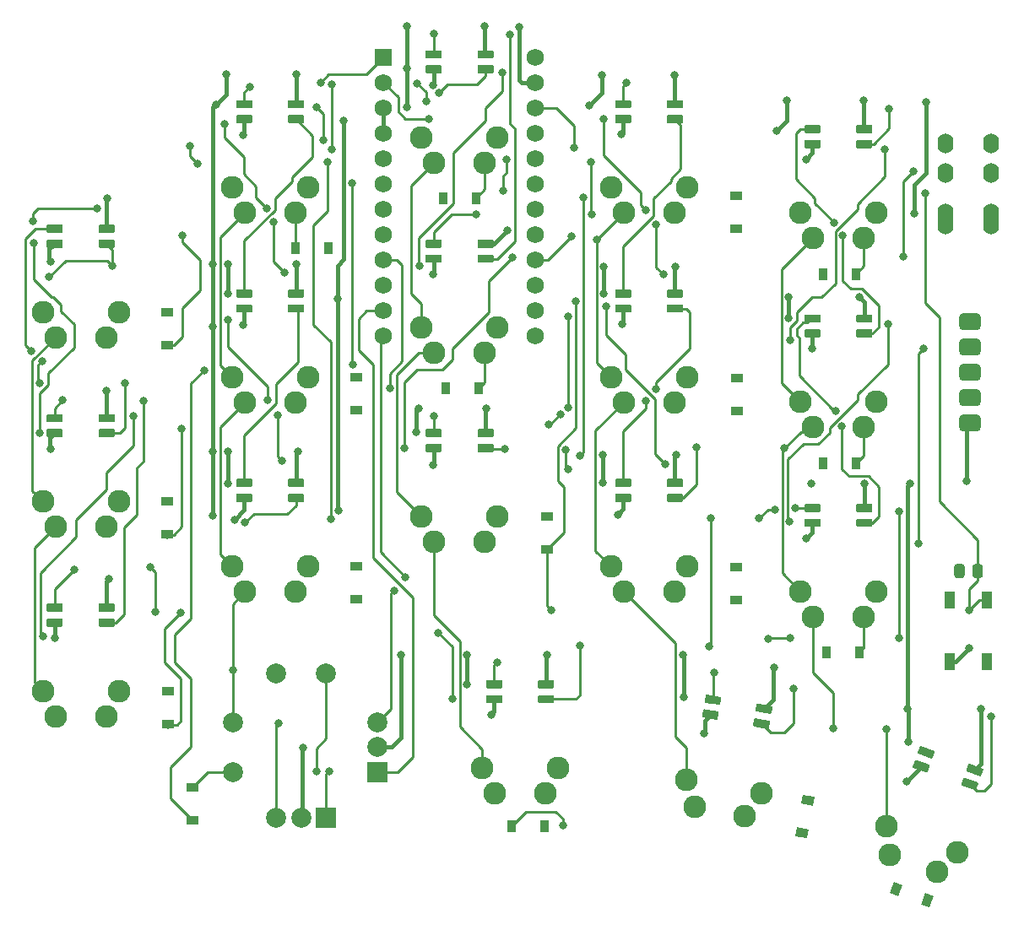
<source format=gbr>
%TF.GenerationSoftware,KiCad,Pcbnew,(5.1.10)-1*%
%TF.CreationDate,2021-11-08T16:37:12-08:00*%
%TF.ProjectId,bgkeeb,62676b65-6562-42e6-9b69-6361645f7063,rev?*%
%TF.SameCoordinates,Original*%
%TF.FileFunction,Copper,L1,Top*%
%TF.FilePolarity,Positive*%
%FSLAX46Y46*%
G04 Gerber Fmt 4.6, Leading zero omitted, Abs format (unit mm)*
G04 Created by KiCad (PCBNEW (5.1.10)-1) date 2021-11-08 16:37:12*
%MOMM*%
%LPD*%
G01*
G04 APERTURE LIST*
%TA.AperFunction,ComponentPad*%
%ADD10R,2.000000X2.000000*%
%TD*%
%TA.AperFunction,ComponentPad*%
%ADD11C,2.000000*%
%TD*%
%TA.AperFunction,SMDPad,CuDef*%
%ADD12R,1.200000X0.900000*%
%TD*%
%TA.AperFunction,SMDPad,CuDef*%
%ADD13C,0.100000*%
%TD*%
%TA.AperFunction,SMDPad,CuDef*%
%ADD14R,0.900000X1.200000*%
%TD*%
%TA.AperFunction,ComponentPad*%
%ADD15C,2.286000*%
%TD*%
%TA.AperFunction,ComponentPad*%
%ADD16O,1.600000X2.000000*%
%TD*%
%TA.AperFunction,ComponentPad*%
%ADD17R,1.752600X1.752600*%
%TD*%
%TA.AperFunction,ComponentPad*%
%ADD18C,1.752600*%
%TD*%
%TA.AperFunction,SMDPad,CuDef*%
%ADD19R,1.100000X1.800000*%
%TD*%
%TA.AperFunction,ViaPad*%
%ADD20C,0.800000*%
%TD*%
%TA.AperFunction,Conductor*%
%ADD21C,0.381000*%
%TD*%
%TA.AperFunction,Conductor*%
%ADD22C,0.254000*%
%TD*%
G04 APERTURE END LIST*
D10*
%TO.P,SW7,A*%
%TO.N,ENC1A*%
X85614593Y-111312404D03*
D11*
%TO.P,SW7,C*%
%TO.N,GND*%
X83114593Y-111312404D03*
%TO.P,SW7,B*%
%TO.N,ENC1B*%
X80614593Y-111312404D03*
%TO.P,SW7,S2*%
%TO.N,Net-(D37-Pad2)*%
X85614593Y-96812404D03*
%TO.P,SW7,S1*%
%TO.N,col1*%
X80614593Y-96812404D03*
%TD*%
%TO.P,D73,3*%
%TO.N,GND*%
%TA.AperFunction,SMDPad,CuDef*%
G36*
G01*
X151219764Y-107117646D02*
X149870365Y-106626505D01*
G75*
G02*
X149821356Y-106521404I28046J77055D01*
G01*
X150045721Y-105904965D01*
G75*
G02*
X150150822Y-105855956I77055J-28046D01*
G01*
X151500221Y-106347097D01*
G75*
G02*
X151549230Y-106452198I-28046J-77055D01*
G01*
X151324865Y-107068637D01*
G75*
G02*
X151219764Y-107117646I-77055J28046D01*
G01*
G37*
%TD.AperFunction*%
%TO.P,D73,4*%
%TO.N,Net-(D71-Pad2)*%
%TA.AperFunction,SMDPad,CuDef*%
G36*
G01*
X150706734Y-108527185D02*
X149357335Y-108036044D01*
G75*
G02*
X149308326Y-107930943I28046J77055D01*
G01*
X149532691Y-107314504D01*
G75*
G02*
X149637792Y-107265495I77055J-28046D01*
G01*
X150987191Y-107756636D01*
G75*
G02*
X151036200Y-107861737I-28046J-77055D01*
G01*
X150811835Y-108478176D01*
G75*
G02*
X150706734Y-108527185I-77055J28046D01*
G01*
G37*
%TD.AperFunction*%
%TO.P,D73,2*%
%TO.N,Net-(D73-Pad2)*%
%TA.AperFunction,SMDPad,CuDef*%
G36*
G01*
X146333362Y-105339142D02*
X144983963Y-104848001D01*
G75*
G02*
X144934954Y-104742900I28046J77055D01*
G01*
X145159319Y-104126461D01*
G75*
G02*
X145264420Y-104077452I77055J-28046D01*
G01*
X146613819Y-104568593D01*
G75*
G02*
X146662828Y-104673694I-28046J-77055D01*
G01*
X146438463Y-105290133D01*
G75*
G02*
X146333362Y-105339142I-77055J28046D01*
G01*
G37*
%TD.AperFunction*%
%TO.P,D73,1*%
%TO.N,+5V*%
%TA.AperFunction,SMDPad,CuDef*%
G36*
G01*
X145820332Y-106748681D02*
X144470933Y-106257540D01*
G75*
G02*
X144421924Y-106152439I28046J77055D01*
G01*
X144646289Y-105536000D01*
G75*
G02*
X144751390Y-105486991I77055J-28046D01*
G01*
X146100789Y-105978132D01*
G75*
G02*
X146149798Y-106083233I-28046J-77055D01*
G01*
X145925433Y-106699672D01*
G75*
G02*
X145820332Y-106748681I-77055J28046D01*
G01*
G37*
%TD.AperFunction*%
%TD*%
%TO.P,D72,3*%
%TO.N,GND*%
%TA.AperFunction,SMDPad,CuDef*%
G36*
G01*
X102315586Y-73106488D02*
X100879586Y-73106488D01*
G75*
G02*
X100797586Y-73024488I0J82000D01*
G01*
X100797586Y-72368488D01*
G75*
G02*
X100879586Y-72286488I82000J0D01*
G01*
X102315586Y-72286488D01*
G75*
G02*
X102397586Y-72368488I0J-82000D01*
G01*
X102397586Y-73024488D01*
G75*
G02*
X102315586Y-73106488I-82000J0D01*
G01*
G37*
%TD.AperFunction*%
%TO.P,D72,4*%
%TO.N,Net-(D70-Pad2)*%
%TA.AperFunction,SMDPad,CuDef*%
G36*
G01*
X102315586Y-74606488D02*
X100879586Y-74606488D01*
G75*
G02*
X100797586Y-74524488I0J82000D01*
G01*
X100797586Y-73868488D01*
G75*
G02*
X100879586Y-73786488I82000J0D01*
G01*
X102315586Y-73786488D01*
G75*
G02*
X102397586Y-73868488I0J-82000D01*
G01*
X102397586Y-74524488D01*
G75*
G02*
X102315586Y-74606488I-82000J0D01*
G01*
G37*
%TD.AperFunction*%
%TO.P,D72,2*%
%TO.N,Net-(D39-Pad4)*%
%TA.AperFunction,SMDPad,CuDef*%
G36*
G01*
X97115586Y-73106488D02*
X95679586Y-73106488D01*
G75*
G02*
X95597586Y-73024488I0J82000D01*
G01*
X95597586Y-72368488D01*
G75*
G02*
X95679586Y-72286488I82000J0D01*
G01*
X97115586Y-72286488D01*
G75*
G02*
X97197586Y-72368488I0J-82000D01*
G01*
X97197586Y-73024488D01*
G75*
G02*
X97115586Y-73106488I-82000J0D01*
G01*
G37*
%TD.AperFunction*%
%TO.P,D72,1*%
%TO.N,+5V*%
%TA.AperFunction,SMDPad,CuDef*%
G36*
G01*
X97115586Y-74606488D02*
X95679586Y-74606488D01*
G75*
G02*
X95597586Y-74524488I0J82000D01*
G01*
X95597586Y-73868488D01*
G75*
G02*
X95679586Y-73786488I82000J0D01*
G01*
X97115586Y-73786488D01*
G75*
G02*
X97197586Y-73868488I0J-82000D01*
G01*
X97197586Y-74524488D01*
G75*
G02*
X97115586Y-74606488I-82000J0D01*
G01*
G37*
%TD.AperFunction*%
%TD*%
%TO.P,D71,3*%
%TO.N,GND*%
%TA.AperFunction,SMDPad,CuDef*%
G36*
G01*
X130172439Y-100879263D02*
X128758255Y-100629905D01*
G75*
G02*
X128691740Y-100534912I14239J80754D01*
G01*
X128805654Y-99888878D01*
G75*
G02*
X128900647Y-99822363I80754J-14239D01*
G01*
X130314831Y-100071721D01*
G75*
G02*
X130381346Y-100166714I-14239J-80754D01*
G01*
X130267432Y-100812748D01*
G75*
G02*
X130172439Y-100879263I-80754J14239D01*
G01*
G37*
%TD.AperFunction*%
%TO.P,D71,4*%
%TO.N,Net-(D68-Pad2)*%
%TA.AperFunction,SMDPad,CuDef*%
G36*
G01*
X129911967Y-102356475D02*
X128497783Y-102107117D01*
G75*
G02*
X128431268Y-102012124I14239J80754D01*
G01*
X128545182Y-101366090D01*
G75*
G02*
X128640175Y-101299575I80754J-14239D01*
G01*
X130054359Y-101548933D01*
G75*
G02*
X130120874Y-101643926I-14239J-80754D01*
G01*
X130006960Y-102289960D01*
G75*
G02*
X129911967Y-102356475I-80754J14239D01*
G01*
G37*
%TD.AperFunction*%
%TO.P,D71,2*%
%TO.N,Net-(D71-Pad2)*%
%TA.AperFunction,SMDPad,CuDef*%
G36*
G01*
X125051439Y-99976293D02*
X123637255Y-99726935D01*
G75*
G02*
X123570740Y-99631942I14239J80754D01*
G01*
X123684654Y-98985908D01*
G75*
G02*
X123779647Y-98919393I80754J-14239D01*
G01*
X125193831Y-99168751D01*
G75*
G02*
X125260346Y-99263744I-14239J-80754D01*
G01*
X125146432Y-99909778D01*
G75*
G02*
X125051439Y-99976293I-80754J14239D01*
G01*
G37*
%TD.AperFunction*%
%TO.P,D71,1*%
%TO.N,+5V*%
%TA.AperFunction,SMDPad,CuDef*%
G36*
G01*
X124790966Y-101453504D02*
X123376782Y-101204146D01*
G75*
G02*
X123310267Y-101109153I14239J80754D01*
G01*
X123424181Y-100463119D01*
G75*
G02*
X123519174Y-100396604I80754J-14239D01*
G01*
X124933358Y-100645962D01*
G75*
G02*
X124999873Y-100740955I-14239J-80754D01*
G01*
X124885959Y-101386989D01*
G75*
G02*
X124790966Y-101453504I-80754J14239D01*
G01*
G37*
%TD.AperFunction*%
%TD*%
%TO.P,D70,3*%
%TO.N,GND*%
%TA.AperFunction,SMDPad,CuDef*%
G36*
G01*
X102315587Y-54106488D02*
X100879587Y-54106488D01*
G75*
G02*
X100797587Y-54024488I0J82000D01*
G01*
X100797587Y-53368488D01*
G75*
G02*
X100879587Y-53286488I82000J0D01*
G01*
X102315587Y-53286488D01*
G75*
G02*
X102397587Y-53368488I0J-82000D01*
G01*
X102397587Y-54024488D01*
G75*
G02*
X102315587Y-54106488I-82000J0D01*
G01*
G37*
%TD.AperFunction*%
%TO.P,D70,4*%
%TO.N,Net-(D69-Pad2)*%
%TA.AperFunction,SMDPad,CuDef*%
G36*
G01*
X102315587Y-55606488D02*
X100879587Y-55606488D01*
G75*
G02*
X100797587Y-55524488I0J82000D01*
G01*
X100797587Y-54868488D01*
G75*
G02*
X100879587Y-54786488I82000J0D01*
G01*
X102315587Y-54786488D01*
G75*
G02*
X102397587Y-54868488I0J-82000D01*
G01*
X102397587Y-55524488D01*
G75*
G02*
X102315587Y-55606488I-82000J0D01*
G01*
G37*
%TD.AperFunction*%
%TO.P,D70,2*%
%TO.N,Net-(D70-Pad2)*%
%TA.AperFunction,SMDPad,CuDef*%
G36*
G01*
X97115587Y-54106488D02*
X95679587Y-54106488D01*
G75*
G02*
X95597587Y-54024488I0J82000D01*
G01*
X95597587Y-53368488D01*
G75*
G02*
X95679587Y-53286488I82000J0D01*
G01*
X97115587Y-53286488D01*
G75*
G02*
X97197587Y-53368488I0J-82000D01*
G01*
X97197587Y-54024488D01*
G75*
G02*
X97115587Y-54106488I-82000J0D01*
G01*
G37*
%TD.AperFunction*%
%TO.P,D70,1*%
%TO.N,+5V*%
%TA.AperFunction,SMDPad,CuDef*%
G36*
G01*
X97115587Y-55606488D02*
X95679587Y-55606488D01*
G75*
G02*
X95597587Y-55524488I0J82000D01*
G01*
X95597587Y-54868488D01*
G75*
G02*
X95679587Y-54786488I82000J0D01*
G01*
X97115587Y-54786488D01*
G75*
G02*
X97197587Y-54868488I0J-82000D01*
G01*
X97197587Y-55524488D01*
G75*
G02*
X97115587Y-55606488I-82000J0D01*
G01*
G37*
%TD.AperFunction*%
%TD*%
%TO.P,D69,3*%
%TO.N,GND*%
%TA.AperFunction,SMDPad,CuDef*%
G36*
G01*
X102315587Y-35106489D02*
X100879587Y-35106489D01*
G75*
G02*
X100797587Y-35024489I0J82000D01*
G01*
X100797587Y-34368489D01*
G75*
G02*
X100879587Y-34286489I82000J0D01*
G01*
X102315587Y-34286489D01*
G75*
G02*
X102397587Y-34368489I0J-82000D01*
G01*
X102397587Y-35024489D01*
G75*
G02*
X102315587Y-35106489I-82000J0D01*
G01*
G37*
%TD.AperFunction*%
%TO.P,D69,4*%
%TO.N,Net-(D67-Pad2)*%
%TA.AperFunction,SMDPad,CuDef*%
G36*
G01*
X102315587Y-36606489D02*
X100879587Y-36606489D01*
G75*
G02*
X100797587Y-36524489I0J82000D01*
G01*
X100797587Y-35868489D01*
G75*
G02*
X100879587Y-35786489I82000J0D01*
G01*
X102315587Y-35786489D01*
G75*
G02*
X102397587Y-35868489I0J-82000D01*
G01*
X102397587Y-36524489D01*
G75*
G02*
X102315587Y-36606489I-82000J0D01*
G01*
G37*
%TD.AperFunction*%
%TO.P,D69,2*%
%TO.N,Net-(D69-Pad2)*%
%TA.AperFunction,SMDPad,CuDef*%
G36*
G01*
X97115587Y-35106489D02*
X95679587Y-35106489D01*
G75*
G02*
X95597587Y-35024489I0J82000D01*
G01*
X95597587Y-34368489D01*
G75*
G02*
X95679587Y-34286489I82000J0D01*
G01*
X97115587Y-34286489D01*
G75*
G02*
X97197587Y-34368489I0J-82000D01*
G01*
X97197587Y-35024489D01*
G75*
G02*
X97115587Y-35106489I-82000J0D01*
G01*
G37*
%TD.AperFunction*%
%TO.P,D69,1*%
%TO.N,+5V*%
%TA.AperFunction,SMDPad,CuDef*%
G36*
G01*
X97115587Y-36606489D02*
X95679587Y-36606489D01*
G75*
G02*
X95597587Y-36524489I0J82000D01*
G01*
X95597587Y-35868489D01*
G75*
G02*
X95679587Y-35786489I82000J0D01*
G01*
X97115587Y-35786489D01*
G75*
G02*
X97197587Y-35868489I0J-82000D01*
G01*
X97197587Y-36524489D01*
G75*
G02*
X97115587Y-36606489I-82000J0D01*
G01*
G37*
%TD.AperFunction*%
%TD*%
%TO.P,D68,3*%
%TO.N,GND*%
%TA.AperFunction,SMDPad,CuDef*%
G36*
G01*
X108396593Y-98294405D02*
X106960593Y-98294405D01*
G75*
G02*
X106878593Y-98212405I0J82000D01*
G01*
X106878593Y-97556405D01*
G75*
G02*
X106960593Y-97474405I82000J0D01*
G01*
X108396593Y-97474405D01*
G75*
G02*
X108478593Y-97556405I0J-82000D01*
G01*
X108478593Y-98212405D01*
G75*
G02*
X108396593Y-98294405I-82000J0D01*
G01*
G37*
%TD.AperFunction*%
%TO.P,D68,4*%
%TO.N,Net-(D66-Pad2)*%
%TA.AperFunction,SMDPad,CuDef*%
G36*
G01*
X108396593Y-99794405D02*
X106960593Y-99794405D01*
G75*
G02*
X106878593Y-99712405I0J82000D01*
G01*
X106878593Y-99056405D01*
G75*
G02*
X106960593Y-98974405I82000J0D01*
G01*
X108396593Y-98974405D01*
G75*
G02*
X108478593Y-99056405I0J-82000D01*
G01*
X108478593Y-99712405D01*
G75*
G02*
X108396593Y-99794405I-82000J0D01*
G01*
G37*
%TD.AperFunction*%
%TO.P,D68,2*%
%TO.N,Net-(D68-Pad2)*%
%TA.AperFunction,SMDPad,CuDef*%
G36*
G01*
X103196593Y-98294405D02*
X101760593Y-98294405D01*
G75*
G02*
X101678593Y-98212405I0J82000D01*
G01*
X101678593Y-97556405D01*
G75*
G02*
X101760593Y-97474405I82000J0D01*
G01*
X103196593Y-97474405D01*
G75*
G02*
X103278593Y-97556405I0J-82000D01*
G01*
X103278593Y-98212405D01*
G75*
G02*
X103196593Y-98294405I-82000J0D01*
G01*
G37*
%TD.AperFunction*%
%TO.P,D68,1*%
%TO.N,+5V*%
%TA.AperFunction,SMDPad,CuDef*%
G36*
G01*
X103196593Y-99794405D02*
X101760593Y-99794405D01*
G75*
G02*
X101678593Y-99712405I0J82000D01*
G01*
X101678593Y-99056405D01*
G75*
G02*
X101760593Y-98974405I82000J0D01*
G01*
X103196593Y-98974405D01*
G75*
G02*
X103278593Y-99056405I0J-82000D01*
G01*
X103278593Y-99712405D01*
G75*
G02*
X103196593Y-99794405I-82000J0D01*
G01*
G37*
%TD.AperFunction*%
%TD*%
%TO.P,D67,3*%
%TO.N,GND*%
%TA.AperFunction,SMDPad,CuDef*%
G36*
G01*
X83315588Y-40106489D02*
X81879588Y-40106489D01*
G75*
G02*
X81797588Y-40024489I0J82000D01*
G01*
X81797588Y-39368489D01*
G75*
G02*
X81879588Y-39286489I82000J0D01*
G01*
X83315588Y-39286489D01*
G75*
G02*
X83397588Y-39368489I0J-82000D01*
G01*
X83397588Y-40024489D01*
G75*
G02*
X83315588Y-40106489I-82000J0D01*
G01*
G37*
%TD.AperFunction*%
%TO.P,D67,4*%
%TO.N,Net-(D65-Pad2)*%
%TA.AperFunction,SMDPad,CuDef*%
G36*
G01*
X83315588Y-41606489D02*
X81879588Y-41606489D01*
G75*
G02*
X81797588Y-41524489I0J82000D01*
G01*
X81797588Y-40868489D01*
G75*
G02*
X81879588Y-40786489I82000J0D01*
G01*
X83315588Y-40786489D01*
G75*
G02*
X83397588Y-40868489I0J-82000D01*
G01*
X83397588Y-41524489D01*
G75*
G02*
X83315588Y-41606489I-82000J0D01*
G01*
G37*
%TD.AperFunction*%
%TO.P,D67,2*%
%TO.N,Net-(D67-Pad2)*%
%TA.AperFunction,SMDPad,CuDef*%
G36*
G01*
X78115588Y-40106489D02*
X76679588Y-40106489D01*
G75*
G02*
X76597588Y-40024489I0J82000D01*
G01*
X76597588Y-39368489D01*
G75*
G02*
X76679588Y-39286489I82000J0D01*
G01*
X78115588Y-39286489D01*
G75*
G02*
X78197588Y-39368489I0J-82000D01*
G01*
X78197588Y-40024489D01*
G75*
G02*
X78115588Y-40106489I-82000J0D01*
G01*
G37*
%TD.AperFunction*%
%TO.P,D67,1*%
%TO.N,+5V*%
%TA.AperFunction,SMDPad,CuDef*%
G36*
G01*
X78115588Y-41606489D02*
X76679588Y-41606489D01*
G75*
G02*
X76597588Y-41524489I0J82000D01*
G01*
X76597588Y-40868489D01*
G75*
G02*
X76679588Y-40786489I82000J0D01*
G01*
X78115588Y-40786489D01*
G75*
G02*
X78197588Y-40868489I0J-82000D01*
G01*
X78197588Y-41524489D01*
G75*
G02*
X78115588Y-41606489I-82000J0D01*
G01*
G37*
%TD.AperFunction*%
%TD*%
%TO.P,D66,3*%
%TO.N,GND*%
%TA.AperFunction,SMDPad,CuDef*%
G36*
G01*
X140315585Y-80606488D02*
X138879585Y-80606488D01*
G75*
G02*
X138797585Y-80524488I0J82000D01*
G01*
X138797585Y-79868488D01*
G75*
G02*
X138879585Y-79786488I82000J0D01*
G01*
X140315585Y-79786488D01*
G75*
G02*
X140397585Y-79868488I0J-82000D01*
G01*
X140397585Y-80524488D01*
G75*
G02*
X140315585Y-80606488I-82000J0D01*
G01*
G37*
%TD.AperFunction*%
%TO.P,D66,4*%
%TO.N,Net-(D64-Pad2)*%
%TA.AperFunction,SMDPad,CuDef*%
G36*
G01*
X140315585Y-82106488D02*
X138879585Y-82106488D01*
G75*
G02*
X138797585Y-82024488I0J82000D01*
G01*
X138797585Y-81368488D01*
G75*
G02*
X138879585Y-81286488I82000J0D01*
G01*
X140315585Y-81286488D01*
G75*
G02*
X140397585Y-81368488I0J-82000D01*
G01*
X140397585Y-82024488D01*
G75*
G02*
X140315585Y-82106488I-82000J0D01*
G01*
G37*
%TD.AperFunction*%
%TO.P,D66,2*%
%TO.N,Net-(D66-Pad2)*%
%TA.AperFunction,SMDPad,CuDef*%
G36*
G01*
X135115585Y-80606488D02*
X133679585Y-80606488D01*
G75*
G02*
X133597585Y-80524488I0J82000D01*
G01*
X133597585Y-79868488D01*
G75*
G02*
X133679585Y-79786488I82000J0D01*
G01*
X135115585Y-79786488D01*
G75*
G02*
X135197585Y-79868488I0J-82000D01*
G01*
X135197585Y-80524488D01*
G75*
G02*
X135115585Y-80606488I-82000J0D01*
G01*
G37*
%TD.AperFunction*%
%TO.P,D66,1*%
%TO.N,+5V*%
%TA.AperFunction,SMDPad,CuDef*%
G36*
G01*
X135115585Y-82106488D02*
X133679585Y-82106488D01*
G75*
G02*
X133597585Y-82024488I0J82000D01*
G01*
X133597585Y-81368488D01*
G75*
G02*
X133679585Y-81286488I82000J0D01*
G01*
X135115585Y-81286488D01*
G75*
G02*
X135197585Y-81368488I0J-82000D01*
G01*
X135197585Y-82024488D01*
G75*
G02*
X135115585Y-82106488I-82000J0D01*
G01*
G37*
%TD.AperFunction*%
%TD*%
%TO.P,D65,3*%
%TO.N,GND*%
%TA.AperFunction,SMDPad,CuDef*%
G36*
G01*
X83315588Y-59106488D02*
X81879588Y-59106488D01*
G75*
G02*
X81797588Y-59024488I0J82000D01*
G01*
X81797588Y-58368488D01*
G75*
G02*
X81879588Y-58286488I82000J0D01*
G01*
X83315588Y-58286488D01*
G75*
G02*
X83397588Y-58368488I0J-82000D01*
G01*
X83397588Y-59024488D01*
G75*
G02*
X83315588Y-59106488I-82000J0D01*
G01*
G37*
%TD.AperFunction*%
%TO.P,D65,4*%
%TO.N,Net-(D63-Pad2)*%
%TA.AperFunction,SMDPad,CuDef*%
G36*
G01*
X83315588Y-60606488D02*
X81879588Y-60606488D01*
G75*
G02*
X81797588Y-60524488I0J82000D01*
G01*
X81797588Y-59868488D01*
G75*
G02*
X81879588Y-59786488I82000J0D01*
G01*
X83315588Y-59786488D01*
G75*
G02*
X83397588Y-59868488I0J-82000D01*
G01*
X83397588Y-60524488D01*
G75*
G02*
X83315588Y-60606488I-82000J0D01*
G01*
G37*
%TD.AperFunction*%
%TO.P,D65,2*%
%TO.N,Net-(D65-Pad2)*%
%TA.AperFunction,SMDPad,CuDef*%
G36*
G01*
X78115588Y-59106488D02*
X76679588Y-59106488D01*
G75*
G02*
X76597588Y-59024488I0J82000D01*
G01*
X76597588Y-58368488D01*
G75*
G02*
X76679588Y-58286488I82000J0D01*
G01*
X78115588Y-58286488D01*
G75*
G02*
X78197588Y-58368488I0J-82000D01*
G01*
X78197588Y-59024488D01*
G75*
G02*
X78115588Y-59106488I-82000J0D01*
G01*
G37*
%TD.AperFunction*%
%TO.P,D65,1*%
%TO.N,+5V*%
%TA.AperFunction,SMDPad,CuDef*%
G36*
G01*
X78115588Y-60606488D02*
X76679588Y-60606488D01*
G75*
G02*
X76597588Y-60524488I0J82000D01*
G01*
X76597588Y-59868488D01*
G75*
G02*
X76679588Y-59786488I82000J0D01*
G01*
X78115588Y-59786488D01*
G75*
G02*
X78197588Y-59868488I0J-82000D01*
G01*
X78197588Y-60524488D01*
G75*
G02*
X78115588Y-60606488I-82000J0D01*
G01*
G37*
%TD.AperFunction*%
%TD*%
%TO.P,D64,3*%
%TO.N,GND*%
%TA.AperFunction,SMDPad,CuDef*%
G36*
G01*
X140315585Y-61606489D02*
X138879585Y-61606489D01*
G75*
G02*
X138797585Y-61524489I0J82000D01*
G01*
X138797585Y-60868489D01*
G75*
G02*
X138879585Y-60786489I82000J0D01*
G01*
X140315585Y-60786489D01*
G75*
G02*
X140397585Y-60868489I0J-82000D01*
G01*
X140397585Y-61524489D01*
G75*
G02*
X140315585Y-61606489I-82000J0D01*
G01*
G37*
%TD.AperFunction*%
%TO.P,D64,4*%
%TO.N,Net-(D62-Pad2)*%
%TA.AperFunction,SMDPad,CuDef*%
G36*
G01*
X140315585Y-63106489D02*
X138879585Y-63106489D01*
G75*
G02*
X138797585Y-63024489I0J82000D01*
G01*
X138797585Y-62368489D01*
G75*
G02*
X138879585Y-62286489I82000J0D01*
G01*
X140315585Y-62286489D01*
G75*
G02*
X140397585Y-62368489I0J-82000D01*
G01*
X140397585Y-63024489D01*
G75*
G02*
X140315585Y-63106489I-82000J0D01*
G01*
G37*
%TD.AperFunction*%
%TO.P,D64,2*%
%TO.N,Net-(D64-Pad2)*%
%TA.AperFunction,SMDPad,CuDef*%
G36*
G01*
X135115585Y-61606489D02*
X133679585Y-61606489D01*
G75*
G02*
X133597585Y-61524489I0J82000D01*
G01*
X133597585Y-60868489D01*
G75*
G02*
X133679585Y-60786489I82000J0D01*
G01*
X135115585Y-60786489D01*
G75*
G02*
X135197585Y-60868489I0J-82000D01*
G01*
X135197585Y-61524489D01*
G75*
G02*
X135115585Y-61606489I-82000J0D01*
G01*
G37*
%TD.AperFunction*%
%TO.P,D64,1*%
%TO.N,+5V*%
%TA.AperFunction,SMDPad,CuDef*%
G36*
G01*
X135115585Y-63106489D02*
X133679585Y-63106489D01*
G75*
G02*
X133597585Y-63024489I0J82000D01*
G01*
X133597585Y-62368489D01*
G75*
G02*
X133679585Y-62286489I82000J0D01*
G01*
X135115585Y-62286489D01*
G75*
G02*
X135197585Y-62368489I0J-82000D01*
G01*
X135197585Y-63024489D01*
G75*
G02*
X135115585Y-63106489I-82000J0D01*
G01*
G37*
%TD.AperFunction*%
%TD*%
%TO.P,D63,3*%
%TO.N,GND*%
%TA.AperFunction,SMDPad,CuDef*%
G36*
G01*
X83315587Y-78106487D02*
X81879587Y-78106487D01*
G75*
G02*
X81797587Y-78024487I0J82000D01*
G01*
X81797587Y-77368487D01*
G75*
G02*
X81879587Y-77286487I82000J0D01*
G01*
X83315587Y-77286487D01*
G75*
G02*
X83397587Y-77368487I0J-82000D01*
G01*
X83397587Y-78024487D01*
G75*
G02*
X83315587Y-78106487I-82000J0D01*
G01*
G37*
%TD.AperFunction*%
%TO.P,D63,4*%
%TO.N,Net-(D58-Pad2)*%
%TA.AperFunction,SMDPad,CuDef*%
G36*
G01*
X83315587Y-79606487D02*
X81879587Y-79606487D01*
G75*
G02*
X81797587Y-79524487I0J82000D01*
G01*
X81797587Y-78868487D01*
G75*
G02*
X81879587Y-78786487I82000J0D01*
G01*
X83315587Y-78786487D01*
G75*
G02*
X83397587Y-78868487I0J-82000D01*
G01*
X83397587Y-79524487D01*
G75*
G02*
X83315587Y-79606487I-82000J0D01*
G01*
G37*
%TD.AperFunction*%
%TO.P,D63,2*%
%TO.N,Net-(D63-Pad2)*%
%TA.AperFunction,SMDPad,CuDef*%
G36*
G01*
X78115587Y-78106487D02*
X76679587Y-78106487D01*
G75*
G02*
X76597587Y-78024487I0J82000D01*
G01*
X76597587Y-77368487D01*
G75*
G02*
X76679587Y-77286487I82000J0D01*
G01*
X78115587Y-77286487D01*
G75*
G02*
X78197587Y-77368487I0J-82000D01*
G01*
X78197587Y-78024487D01*
G75*
G02*
X78115587Y-78106487I-82000J0D01*
G01*
G37*
%TD.AperFunction*%
%TO.P,D63,1*%
%TO.N,+5V*%
%TA.AperFunction,SMDPad,CuDef*%
G36*
G01*
X78115587Y-79606487D02*
X76679587Y-79606487D01*
G75*
G02*
X76597587Y-79524487I0J82000D01*
G01*
X76597587Y-78868487D01*
G75*
G02*
X76679587Y-78786487I82000J0D01*
G01*
X78115587Y-78786487D01*
G75*
G02*
X78197587Y-78868487I0J-82000D01*
G01*
X78197587Y-79524487D01*
G75*
G02*
X78115587Y-79606487I-82000J0D01*
G01*
G37*
%TD.AperFunction*%
%TD*%
%TO.P,D62,3*%
%TO.N,GND*%
%TA.AperFunction,SMDPad,CuDef*%
G36*
G01*
X140315585Y-42606490D02*
X138879585Y-42606490D01*
G75*
G02*
X138797585Y-42524490I0J82000D01*
G01*
X138797585Y-41868490D01*
G75*
G02*
X138879585Y-41786490I82000J0D01*
G01*
X140315585Y-41786490D01*
G75*
G02*
X140397585Y-41868490I0J-82000D01*
G01*
X140397585Y-42524490D01*
G75*
G02*
X140315585Y-42606490I-82000J0D01*
G01*
G37*
%TD.AperFunction*%
%TO.P,D62,4*%
%TO.N,Net-(D61-Pad2)*%
%TA.AperFunction,SMDPad,CuDef*%
G36*
G01*
X140315585Y-44106490D02*
X138879585Y-44106490D01*
G75*
G02*
X138797585Y-44024490I0J82000D01*
G01*
X138797585Y-43368490D01*
G75*
G02*
X138879585Y-43286490I82000J0D01*
G01*
X140315585Y-43286490D01*
G75*
G02*
X140397585Y-43368490I0J-82000D01*
G01*
X140397585Y-44024490D01*
G75*
G02*
X140315585Y-44106490I-82000J0D01*
G01*
G37*
%TD.AperFunction*%
%TO.P,D62,2*%
%TO.N,Net-(D62-Pad2)*%
%TA.AperFunction,SMDPad,CuDef*%
G36*
G01*
X135115585Y-42606490D02*
X133679585Y-42606490D01*
G75*
G02*
X133597585Y-42524490I0J82000D01*
G01*
X133597585Y-41868490D01*
G75*
G02*
X133679585Y-41786490I82000J0D01*
G01*
X135115585Y-41786490D01*
G75*
G02*
X135197585Y-41868490I0J-82000D01*
G01*
X135197585Y-42524490D01*
G75*
G02*
X135115585Y-42606490I-82000J0D01*
G01*
G37*
%TD.AperFunction*%
%TO.P,D62,1*%
%TO.N,+5V*%
%TA.AperFunction,SMDPad,CuDef*%
G36*
G01*
X135115585Y-44106490D02*
X133679585Y-44106490D01*
G75*
G02*
X133597585Y-44024490I0J82000D01*
G01*
X133597585Y-43368490D01*
G75*
G02*
X133679585Y-43286490I82000J0D01*
G01*
X135115585Y-43286490D01*
G75*
G02*
X135197585Y-43368490I0J-82000D01*
G01*
X135197585Y-44024490D01*
G75*
G02*
X135115585Y-44106490I-82000J0D01*
G01*
G37*
%TD.AperFunction*%
%TD*%
%TO.P,D61,3*%
%TO.N,GND*%
%TA.AperFunction,SMDPad,CuDef*%
G36*
G01*
X121315586Y-40106489D02*
X119879586Y-40106489D01*
G75*
G02*
X119797586Y-40024489I0J82000D01*
G01*
X119797586Y-39368489D01*
G75*
G02*
X119879586Y-39286489I82000J0D01*
G01*
X121315586Y-39286489D01*
G75*
G02*
X121397586Y-39368489I0J-82000D01*
G01*
X121397586Y-40024489D01*
G75*
G02*
X121315586Y-40106489I-82000J0D01*
G01*
G37*
%TD.AperFunction*%
%TO.P,D61,4*%
%TO.N,Net-(D44-Pad2)*%
%TA.AperFunction,SMDPad,CuDef*%
G36*
G01*
X121315586Y-41606489D02*
X119879586Y-41606489D01*
G75*
G02*
X119797586Y-41524489I0J82000D01*
G01*
X119797586Y-40868489D01*
G75*
G02*
X119879586Y-40786489I82000J0D01*
G01*
X121315586Y-40786489D01*
G75*
G02*
X121397586Y-40868489I0J-82000D01*
G01*
X121397586Y-41524489D01*
G75*
G02*
X121315586Y-41606489I-82000J0D01*
G01*
G37*
%TD.AperFunction*%
%TO.P,D61,2*%
%TO.N,Net-(D61-Pad2)*%
%TA.AperFunction,SMDPad,CuDef*%
G36*
G01*
X116115586Y-40106489D02*
X114679586Y-40106489D01*
G75*
G02*
X114597586Y-40024489I0J82000D01*
G01*
X114597586Y-39368489D01*
G75*
G02*
X114679586Y-39286489I82000J0D01*
G01*
X116115586Y-39286489D01*
G75*
G02*
X116197586Y-39368489I0J-82000D01*
G01*
X116197586Y-40024489D01*
G75*
G02*
X116115586Y-40106489I-82000J0D01*
G01*
G37*
%TD.AperFunction*%
%TO.P,D61,1*%
%TO.N,+5V*%
%TA.AperFunction,SMDPad,CuDef*%
G36*
G01*
X116115586Y-41606489D02*
X114679586Y-41606489D01*
G75*
G02*
X114597586Y-41524489I0J82000D01*
G01*
X114597586Y-40868489D01*
G75*
G02*
X114679586Y-40786489I82000J0D01*
G01*
X116115586Y-40786489D01*
G75*
G02*
X116197586Y-40868489I0J-82000D01*
G01*
X116197586Y-41524489D01*
G75*
G02*
X116115586Y-41606489I-82000J0D01*
G01*
G37*
%TD.AperFunction*%
%TD*%
%TO.P,D58,3*%
%TO.N,GND*%
%TA.AperFunction,SMDPad,CuDef*%
G36*
G01*
X64315588Y-90606486D02*
X62879588Y-90606486D01*
G75*
G02*
X62797588Y-90524486I0J82000D01*
G01*
X62797588Y-89868486D01*
G75*
G02*
X62879588Y-89786486I82000J0D01*
G01*
X64315588Y-89786486D01*
G75*
G02*
X64397588Y-89868486I0J-82000D01*
G01*
X64397588Y-90524486D01*
G75*
G02*
X64315588Y-90606486I-82000J0D01*
G01*
G37*
%TD.AperFunction*%
%TO.P,D58,4*%
%TO.N,Net-(D40-Pad2)*%
%TA.AperFunction,SMDPad,CuDef*%
G36*
G01*
X64315588Y-92106486D02*
X62879588Y-92106486D01*
G75*
G02*
X62797588Y-92024486I0J82000D01*
G01*
X62797588Y-91368486D01*
G75*
G02*
X62879588Y-91286486I82000J0D01*
G01*
X64315588Y-91286486D01*
G75*
G02*
X64397588Y-91368486I0J-82000D01*
G01*
X64397588Y-92024486D01*
G75*
G02*
X64315588Y-92106486I-82000J0D01*
G01*
G37*
%TD.AperFunction*%
%TO.P,D58,2*%
%TO.N,Net-(D58-Pad2)*%
%TA.AperFunction,SMDPad,CuDef*%
G36*
G01*
X59115588Y-90606486D02*
X57679588Y-90606486D01*
G75*
G02*
X57597588Y-90524486I0J82000D01*
G01*
X57597588Y-89868486D01*
G75*
G02*
X57679588Y-89786486I82000J0D01*
G01*
X59115588Y-89786486D01*
G75*
G02*
X59197588Y-89868486I0J-82000D01*
G01*
X59197588Y-90524486D01*
G75*
G02*
X59115588Y-90606486I-82000J0D01*
G01*
G37*
%TD.AperFunction*%
%TO.P,D58,1*%
%TO.N,+5V*%
%TA.AperFunction,SMDPad,CuDef*%
G36*
G01*
X59115588Y-92106486D02*
X57679588Y-92106486D01*
G75*
G02*
X57597588Y-92024486I0J82000D01*
G01*
X57597588Y-91368486D01*
G75*
G02*
X57679588Y-91286486I82000J0D01*
G01*
X59115588Y-91286486D01*
G75*
G02*
X59197588Y-91368486I0J-82000D01*
G01*
X59197588Y-92024486D01*
G75*
G02*
X59115588Y-92106486I-82000J0D01*
G01*
G37*
%TD.AperFunction*%
%TD*%
%TO.P,D44,3*%
%TO.N,GND*%
%TA.AperFunction,SMDPad,CuDef*%
G36*
G01*
X121315586Y-59106488D02*
X119879586Y-59106488D01*
G75*
G02*
X119797586Y-59024488I0J82000D01*
G01*
X119797586Y-58368488D01*
G75*
G02*
X119879586Y-58286488I82000J0D01*
G01*
X121315586Y-58286488D01*
G75*
G02*
X121397586Y-58368488I0J-82000D01*
G01*
X121397586Y-59024488D01*
G75*
G02*
X121315586Y-59106488I-82000J0D01*
G01*
G37*
%TD.AperFunction*%
%TO.P,D44,4*%
%TO.N,Net-(D39-Pad2)*%
%TA.AperFunction,SMDPad,CuDef*%
G36*
G01*
X121315586Y-60606488D02*
X119879586Y-60606488D01*
G75*
G02*
X119797586Y-60524488I0J82000D01*
G01*
X119797586Y-59868488D01*
G75*
G02*
X119879586Y-59786488I82000J0D01*
G01*
X121315586Y-59786488D01*
G75*
G02*
X121397586Y-59868488I0J-82000D01*
G01*
X121397586Y-60524488D01*
G75*
G02*
X121315586Y-60606488I-82000J0D01*
G01*
G37*
%TD.AperFunction*%
%TO.P,D44,2*%
%TO.N,Net-(D44-Pad2)*%
%TA.AperFunction,SMDPad,CuDef*%
G36*
G01*
X116115586Y-59106488D02*
X114679586Y-59106488D01*
G75*
G02*
X114597586Y-59024488I0J82000D01*
G01*
X114597586Y-58368488D01*
G75*
G02*
X114679586Y-58286488I82000J0D01*
G01*
X116115586Y-58286488D01*
G75*
G02*
X116197586Y-58368488I0J-82000D01*
G01*
X116197586Y-59024488D01*
G75*
G02*
X116115586Y-59106488I-82000J0D01*
G01*
G37*
%TD.AperFunction*%
%TO.P,D44,1*%
%TO.N,+5V*%
%TA.AperFunction,SMDPad,CuDef*%
G36*
G01*
X116115586Y-60606488D02*
X114679586Y-60606488D01*
G75*
G02*
X114597586Y-60524488I0J82000D01*
G01*
X114597586Y-59868488D01*
G75*
G02*
X114679586Y-59786488I82000J0D01*
G01*
X116115586Y-59786488D01*
G75*
G02*
X116197586Y-59868488I0J-82000D01*
G01*
X116197586Y-60524488D01*
G75*
G02*
X116115586Y-60606488I-82000J0D01*
G01*
G37*
%TD.AperFunction*%
%TD*%
%TO.P,D40,3*%
%TO.N,GND*%
%TA.AperFunction,SMDPad,CuDef*%
G36*
G01*
X64315589Y-71606487D02*
X62879589Y-71606487D01*
G75*
G02*
X62797589Y-71524487I0J82000D01*
G01*
X62797589Y-70868487D01*
G75*
G02*
X62879589Y-70786487I82000J0D01*
G01*
X64315589Y-70786487D01*
G75*
G02*
X64397589Y-70868487I0J-82000D01*
G01*
X64397589Y-71524487D01*
G75*
G02*
X64315589Y-71606487I-82000J0D01*
G01*
G37*
%TD.AperFunction*%
%TO.P,D40,4*%
%TO.N,Net-(D38-Pad2)*%
%TA.AperFunction,SMDPad,CuDef*%
G36*
G01*
X64315589Y-73106487D02*
X62879589Y-73106487D01*
G75*
G02*
X62797589Y-73024487I0J82000D01*
G01*
X62797589Y-72368487D01*
G75*
G02*
X62879589Y-72286487I82000J0D01*
G01*
X64315589Y-72286487D01*
G75*
G02*
X64397589Y-72368487I0J-82000D01*
G01*
X64397589Y-73024487D01*
G75*
G02*
X64315589Y-73106487I-82000J0D01*
G01*
G37*
%TD.AperFunction*%
%TO.P,D40,2*%
%TO.N,Net-(D40-Pad2)*%
%TA.AperFunction,SMDPad,CuDef*%
G36*
G01*
X59115589Y-71606487D02*
X57679589Y-71606487D01*
G75*
G02*
X57597589Y-71524487I0J82000D01*
G01*
X57597589Y-70868487D01*
G75*
G02*
X57679589Y-70786487I82000J0D01*
G01*
X59115589Y-70786487D01*
G75*
G02*
X59197589Y-70868487I0J-82000D01*
G01*
X59197589Y-71524487D01*
G75*
G02*
X59115589Y-71606487I-82000J0D01*
G01*
G37*
%TD.AperFunction*%
%TO.P,D40,1*%
%TO.N,+5V*%
%TA.AperFunction,SMDPad,CuDef*%
G36*
G01*
X59115589Y-73106487D02*
X57679589Y-73106487D01*
G75*
G02*
X57597589Y-73024487I0J82000D01*
G01*
X57597589Y-72368487D01*
G75*
G02*
X57679589Y-72286487I82000J0D01*
G01*
X59115589Y-72286487D01*
G75*
G02*
X59197589Y-72368487I0J-82000D01*
G01*
X59197589Y-73024487D01*
G75*
G02*
X59115589Y-73106487I-82000J0D01*
G01*
G37*
%TD.AperFunction*%
%TD*%
%TO.P,D39,3*%
%TO.N,GND*%
%TA.AperFunction,SMDPad,CuDef*%
G36*
G01*
X121315586Y-78106488D02*
X119879586Y-78106488D01*
G75*
G02*
X119797586Y-78024488I0J82000D01*
G01*
X119797586Y-77368488D01*
G75*
G02*
X119879586Y-77286488I82000J0D01*
G01*
X121315586Y-77286488D01*
G75*
G02*
X121397586Y-77368488I0J-82000D01*
G01*
X121397586Y-78024488D01*
G75*
G02*
X121315586Y-78106488I-82000J0D01*
G01*
G37*
%TD.AperFunction*%
%TO.P,D39,4*%
%TO.N,Net-(D39-Pad4)*%
%TA.AperFunction,SMDPad,CuDef*%
G36*
G01*
X121315586Y-79606488D02*
X119879586Y-79606488D01*
G75*
G02*
X119797586Y-79524488I0J82000D01*
G01*
X119797586Y-78868488D01*
G75*
G02*
X119879586Y-78786488I82000J0D01*
G01*
X121315586Y-78786488D01*
G75*
G02*
X121397586Y-78868488I0J-82000D01*
G01*
X121397586Y-79524488D01*
G75*
G02*
X121315586Y-79606488I-82000J0D01*
G01*
G37*
%TD.AperFunction*%
%TO.P,D39,2*%
%TO.N,Net-(D39-Pad2)*%
%TA.AperFunction,SMDPad,CuDef*%
G36*
G01*
X116115586Y-78106488D02*
X114679586Y-78106488D01*
G75*
G02*
X114597586Y-78024488I0J82000D01*
G01*
X114597586Y-77368488D01*
G75*
G02*
X114679586Y-77286488I82000J0D01*
G01*
X116115586Y-77286488D01*
G75*
G02*
X116197586Y-77368488I0J-82000D01*
G01*
X116197586Y-78024488D01*
G75*
G02*
X116115586Y-78106488I-82000J0D01*
G01*
G37*
%TD.AperFunction*%
%TO.P,D39,1*%
%TO.N,+5V*%
%TA.AperFunction,SMDPad,CuDef*%
G36*
G01*
X116115586Y-79606488D02*
X114679586Y-79606488D01*
G75*
G02*
X114597586Y-79524488I0J82000D01*
G01*
X114597586Y-78868488D01*
G75*
G02*
X114679586Y-78786488I82000J0D01*
G01*
X116115586Y-78786488D01*
G75*
G02*
X116197586Y-78868488I0J-82000D01*
G01*
X116197586Y-79524488D01*
G75*
G02*
X116115586Y-79606488I-82000J0D01*
G01*
G37*
%TD.AperFunction*%
%TD*%
%TO.P,D38,3*%
%TO.N,GND*%
%TA.AperFunction,SMDPad,CuDef*%
G36*
G01*
X64315589Y-52606488D02*
X62879589Y-52606488D01*
G75*
G02*
X62797589Y-52524488I0J82000D01*
G01*
X62797589Y-51868488D01*
G75*
G02*
X62879589Y-51786488I82000J0D01*
G01*
X64315589Y-51786488D01*
G75*
G02*
X64397589Y-51868488I0J-82000D01*
G01*
X64397589Y-52524488D01*
G75*
G02*
X64315589Y-52606488I-82000J0D01*
G01*
G37*
%TD.AperFunction*%
%TO.P,D38,4*%
%TO.N,led*%
%TA.AperFunction,SMDPad,CuDef*%
G36*
G01*
X64315589Y-54106488D02*
X62879589Y-54106488D01*
G75*
G02*
X62797589Y-54024488I0J82000D01*
G01*
X62797589Y-53368488D01*
G75*
G02*
X62879589Y-53286488I82000J0D01*
G01*
X64315589Y-53286488D01*
G75*
G02*
X64397589Y-53368488I0J-82000D01*
G01*
X64397589Y-54024488D01*
G75*
G02*
X64315589Y-54106488I-82000J0D01*
G01*
G37*
%TD.AperFunction*%
%TO.P,D38,2*%
%TO.N,Net-(D38-Pad2)*%
%TA.AperFunction,SMDPad,CuDef*%
G36*
G01*
X59115589Y-52606488D02*
X57679589Y-52606488D01*
G75*
G02*
X57597589Y-52524488I0J82000D01*
G01*
X57597589Y-51868488D01*
G75*
G02*
X57679589Y-51786488I82000J0D01*
G01*
X59115589Y-51786488D01*
G75*
G02*
X59197589Y-51868488I0J-82000D01*
G01*
X59197589Y-52524488D01*
G75*
G02*
X59115589Y-52606488I-82000J0D01*
G01*
G37*
%TD.AperFunction*%
%TO.P,D38,1*%
%TO.N,+5V*%
%TA.AperFunction,SMDPad,CuDef*%
G36*
G01*
X59115589Y-54106488D02*
X57679589Y-54106488D01*
G75*
G02*
X57597589Y-54024488I0J82000D01*
G01*
X57597589Y-53368488D01*
G75*
G02*
X57679589Y-53286488I82000J0D01*
G01*
X59115589Y-53286488D01*
G75*
G02*
X59197589Y-53368488I0J-82000D01*
G01*
X59197589Y-54024488D01*
G75*
G02*
X59115589Y-54106488I-82000J0D01*
G01*
G37*
%TD.AperFunction*%
%TD*%
D12*
%TO.P,D37,2*%
%TO.N,Net-(D37-Pad2)*%
X72192593Y-108258404D03*
%TO.P,D37,1*%
%TO.N,row3*%
X72192593Y-111558404D03*
%TD*%
D10*
%TO.P,SW42,A*%
%TO.N,ENC1A*%
X90741593Y-106693404D03*
D11*
%TO.P,SW42,C*%
%TO.N,GND*%
X90741593Y-104193404D03*
%TO.P,SW42,B*%
%TO.N,ENC1B*%
X90741593Y-101693404D03*
%TO.P,SW42,S2*%
%TO.N,Net-(D37-Pad2)*%
X76241593Y-106693404D03*
%TO.P,SW42,S1*%
%TO.N,col1*%
X76241593Y-101693404D03*
%TD*%
%TA.AperFunction,SMDPad,CuDef*%
D13*
%TO.P,D36,2*%
%TO.N,Net-(D35-Pad2)*%
G36*
X145251012Y-119963144D02*
G01*
X145661436Y-118835512D01*
X146507160Y-119143330D01*
X146096736Y-120270962D01*
X145251012Y-119963144D01*
G37*
%TD.AperFunction*%
%TA.AperFunction,SMDPad,CuDef*%
%TO.P,D36,1*%
%TO.N,row3*%
G36*
X142150026Y-118834478D02*
G01*
X142560450Y-117706846D01*
X143406174Y-118014664D01*
X142995750Y-119142296D01*
X142150026Y-118834478D01*
G37*
%TD.AperFunction*%
%TD*%
D14*
%TO.P,D33,2*%
%TO.N,Net-(D25-Pad2)*%
X139057093Y-94693804D03*
%TO.P,D33,1*%
%TO.N,row2*%
X135757093Y-94693804D03*
%TD*%
%TO.P,D32,2*%
%TO.N,Net-(D15-Pad2)*%
X138777693Y-75694604D03*
%TO.P,D32,1*%
%TO.N,row1*%
X135477693Y-75694604D03*
%TD*%
%TO.P,D31,2*%
%TO.N,Net-(D31-Pad2)*%
X138752293Y-56733504D03*
%TO.P,D31,1*%
%TO.N,row0*%
X135452293Y-56733504D03*
%TD*%
%TA.AperFunction,SMDPad,CuDef*%
D13*
%TO.P,D30,2*%
%TO.N,Net-(D30-Pad2)*%
G36*
X134459855Y-110088123D02*
G01*
X133278086Y-109879746D01*
X133434369Y-108993419D01*
X134616138Y-109201796D01*
X134459855Y-110088123D01*
G37*
%TD.AperFunction*%
%TA.AperFunction,SMDPad,CuDef*%
%TO.P,D30,1*%
%TO.N,row3*%
G36*
X133886817Y-113337989D02*
G01*
X132705048Y-113129612D01*
X132861331Y-112243285D01*
X134043100Y-112451662D01*
X133886817Y-113337989D01*
G37*
%TD.AperFunction*%
%TD*%
D12*
%TO.P,D29,2*%
%TO.N,Net-(D24-Pad2)*%
X126739093Y-86096904D03*
%TO.P,D29,1*%
%TO.N,row2*%
X126739093Y-89396904D03*
%TD*%
%TO.P,D28,2*%
%TO.N,Net-(D14-Pad2)*%
X126802593Y-67148504D03*
%TO.P,D28,1*%
%TO.N,row1*%
X126802593Y-70448504D03*
%TD*%
%TO.P,D27,2*%
%TO.N,Net-(D27-Pad2)*%
X126726393Y-48860504D03*
%TO.P,D27,1*%
%TO.N,row0*%
X126726393Y-52160504D03*
%TD*%
D14*
%TO.P,D26,2*%
%TO.N,Net-(D26-Pad2)*%
X107522993Y-112118204D03*
%TO.P,D26,1*%
%TO.N,row3*%
X104222993Y-112118204D03*
%TD*%
D12*
%TO.P,D20,2*%
%TO.N,Net-(D20-Pad2)*%
X107752593Y-81067704D03*
%TO.P,D20,1*%
%TO.N,row2*%
X107752593Y-84367704D03*
%TD*%
D14*
%TO.P,D19,2*%
%TO.N,Net-(D13-Pad2)*%
X100931693Y-68201604D03*
%TO.P,D19,1*%
%TO.N,row1*%
X97631693Y-68201604D03*
%TD*%
%TO.P,D18,2*%
%TO.N,Net-(D18-Pad2)*%
X100626893Y-49100804D03*
%TO.P,D18,1*%
%TO.N,row0*%
X97326893Y-49100804D03*
%TD*%
D12*
%TO.P,D17,2*%
%TO.N,Net-(D17-Pad2)*%
X88613693Y-86071504D03*
%TO.P,D17,1*%
%TO.N,row2*%
X88613693Y-89371504D03*
%TD*%
%TO.P,D16,2*%
%TO.N,Net-(D12-Pad2)*%
X88677193Y-67059604D03*
%TO.P,D16,1*%
%TO.N,row1*%
X88677193Y-70359604D03*
%TD*%
D14*
%TO.P,D10,2*%
%TO.N,Net-(D10-Pad2)*%
X82518693Y-54168104D03*
%TO.P,D10,1*%
%TO.N,row0*%
X85818693Y-54168104D03*
%TD*%
D12*
%TO.P,D9,2*%
%TO.N,Net-(D21-Pad2)*%
X69779593Y-98619104D03*
%TO.P,D9,1*%
%TO.N,row2*%
X69779593Y-101919104D03*
%TD*%
%TO.P,D8,2*%
%TO.N,Net-(D11-Pad2)*%
X69677993Y-79569104D03*
%TO.P,D8,1*%
%TO.N,row1*%
X69677993Y-82869104D03*
%TD*%
%TO.P,D7,2*%
%TO.N,Net-(D1-Pad2)*%
X69665293Y-60557204D03*
%TO.P,D7,1*%
%TO.N,row0*%
X69665293Y-63857204D03*
%TD*%
D15*
%TO.P,SW35,2*%
%TO.N,col4*%
X141799155Y-112159679D03*
%TO.P,SW35,1*%
%TO.N,Net-(D35-Pad2)*%
X146897472Y-116718326D03*
%TO.P,SW35,2*%
%TO.N,col4*%
X142123833Y-114980863D03*
%TO.P,SW35,1*%
%TO.N,Net-(D35-Pad2)*%
X148959613Y-114765872D03*
%TD*%
%TO.P,SW34,2*%
%TO.N,col3*%
X121770490Y-107480568D03*
%TO.P,SW34,1*%
%TO.N,Net-(D30-Pad2)*%
X127582953Y-111084646D03*
%TO.P,SW34,2*%
%TO.N,col3*%
X122580130Y-110202513D03*
%TO.P,SW34,1*%
%TO.N,Net-(D30-Pad2)*%
X129274725Y-108803767D03*
%TD*%
%TO.P,SW25,2*%
%TO.N,col4*%
X133187585Y-88566487D03*
%TO.P,SW25,1*%
%TO.N,Net-(D25-Pad2)*%
X139537585Y-91106487D03*
%TO.P,SW25,2*%
%TO.N,col4*%
X134457585Y-91106487D03*
%TO.P,SW25,1*%
%TO.N,Net-(D25-Pad2)*%
X140807585Y-88566487D03*
%TD*%
%TO.P,SW24,2*%
%TO.N,col3*%
X114187586Y-86066487D03*
%TO.P,SW24,1*%
%TO.N,Net-(D24-Pad2)*%
X120537586Y-88606487D03*
%TO.P,SW24,2*%
%TO.N,col3*%
X115457586Y-88606487D03*
%TO.P,SW24,1*%
%TO.N,Net-(D24-Pad2)*%
X121807586Y-86066487D03*
%TD*%
%TO.P,SW23,2*%
%TO.N,col2*%
X95187586Y-81066487D03*
%TO.P,SW23,1*%
%TO.N,Net-(D20-Pad2)*%
X101537586Y-83606487D03*
%TO.P,SW23,2*%
%TO.N,col2*%
X96457586Y-83606487D03*
%TO.P,SW23,1*%
%TO.N,Net-(D20-Pad2)*%
X102807586Y-81066487D03*
%TD*%
%TO.P,SW22,2*%
%TO.N,col1*%
X76187587Y-86066486D03*
%TO.P,SW22,1*%
%TO.N,Net-(D17-Pad2)*%
X82537587Y-88606486D03*
%TO.P,SW22,2*%
%TO.N,col1*%
X77457587Y-88606486D03*
%TO.P,SW22,1*%
%TO.N,Net-(D17-Pad2)*%
X83807587Y-86066486D03*
%TD*%
%TO.P,SW21,2*%
%TO.N,col0*%
X57187588Y-98566485D03*
%TO.P,SW21,1*%
%TO.N,Net-(D21-Pad2)*%
X63537588Y-101106485D03*
%TO.P,SW21,2*%
%TO.N,col0*%
X58457588Y-101106485D03*
%TO.P,SW21,1*%
%TO.N,Net-(D21-Pad2)*%
X64807588Y-98566485D03*
%TD*%
%TO.P,SW15,2*%
%TO.N,col4*%
X133187585Y-69566488D03*
%TO.P,SW15,1*%
%TO.N,Net-(D15-Pad2)*%
X139537585Y-72106488D03*
%TO.P,SW15,2*%
%TO.N,col4*%
X134457585Y-72106488D03*
%TO.P,SW15,1*%
%TO.N,Net-(D15-Pad2)*%
X140807585Y-69566488D03*
%TD*%
%TO.P,SW14,2*%
%TO.N,col3*%
X114187586Y-67066487D03*
%TO.P,SW14,1*%
%TO.N,Net-(D14-Pad2)*%
X120537586Y-69606487D03*
%TO.P,SW14,2*%
%TO.N,col3*%
X115457586Y-69606487D03*
%TO.P,SW14,1*%
%TO.N,Net-(D14-Pad2)*%
X121807586Y-67066487D03*
%TD*%
%TO.P,SW13,2*%
%TO.N,col2*%
X95187587Y-62066487D03*
%TO.P,SW13,1*%
%TO.N,Net-(D13-Pad2)*%
X101537587Y-64606487D03*
%TO.P,SW13,2*%
%TO.N,col2*%
X96457587Y-64606487D03*
%TO.P,SW13,1*%
%TO.N,Net-(D13-Pad2)*%
X102807587Y-62066487D03*
%TD*%
%TO.P,SW12,2*%
%TO.N,col1*%
X76187588Y-67066487D03*
%TO.P,SW12,1*%
%TO.N,Net-(D12-Pad2)*%
X82537588Y-69606487D03*
%TO.P,SW12,2*%
%TO.N,col1*%
X77457588Y-69606487D03*
%TO.P,SW12,1*%
%TO.N,Net-(D12-Pad2)*%
X83807588Y-67066487D03*
%TD*%
%TO.P,SW11,2*%
%TO.N,col0*%
X57187589Y-79566486D03*
%TO.P,SW11,1*%
%TO.N,Net-(D11-Pad2)*%
X63537589Y-82106486D03*
%TO.P,SW11,2*%
%TO.N,col0*%
X58457589Y-82106486D03*
%TO.P,SW11,1*%
%TO.N,Net-(D11-Pad2)*%
X64807589Y-79566486D03*
%TD*%
%TO.P,SW6,2*%
%TO.N,col2*%
X101268593Y-106254404D03*
%TO.P,SW6,1*%
%TO.N,Net-(D26-Pad2)*%
X107618593Y-108794404D03*
%TO.P,SW6,2*%
%TO.N,col2*%
X102538593Y-108794404D03*
%TO.P,SW6,1*%
%TO.N,Net-(D26-Pad2)*%
X108888593Y-106254404D03*
%TD*%
%TO.P,SW5,2*%
%TO.N,col4*%
X133187585Y-50566489D03*
%TO.P,SW5,1*%
%TO.N,Net-(D31-Pad2)*%
X139537585Y-53106489D03*
%TO.P,SW5,2*%
%TO.N,col4*%
X134457585Y-53106489D03*
%TO.P,SW5,1*%
%TO.N,Net-(D31-Pad2)*%
X140807585Y-50566489D03*
%TD*%
%TO.P,SW4,2*%
%TO.N,col3*%
X114187586Y-48066488D03*
%TO.P,SW4,1*%
%TO.N,Net-(D27-Pad2)*%
X120537586Y-50606488D03*
%TO.P,SW4,2*%
%TO.N,col3*%
X115457586Y-50606488D03*
%TO.P,SW4,1*%
%TO.N,Net-(D27-Pad2)*%
X121807586Y-48066488D03*
%TD*%
%TO.P,SW3,2*%
%TO.N,col2*%
X95187587Y-43066488D03*
%TO.P,SW3,1*%
%TO.N,Net-(D18-Pad2)*%
X101537587Y-45606488D03*
%TO.P,SW3,2*%
%TO.N,col2*%
X96457587Y-45606488D03*
%TO.P,SW3,1*%
%TO.N,Net-(D18-Pad2)*%
X102807587Y-43066488D03*
%TD*%
%TO.P,SW2,2*%
%TO.N,col1*%
X76187588Y-48066488D03*
%TO.P,SW2,1*%
%TO.N,Net-(D10-Pad2)*%
X82537588Y-50606488D03*
%TO.P,SW2,2*%
%TO.N,col1*%
X77457588Y-50606488D03*
%TO.P,SW2,1*%
%TO.N,Net-(D10-Pad2)*%
X83807588Y-48066488D03*
%TD*%
%TO.P,SW1,2*%
%TO.N,col0*%
X57187589Y-60566487D03*
%TO.P,SW1,1*%
%TO.N,Net-(D1-Pad2)*%
X63537589Y-63106487D03*
%TO.P,SW1,2*%
%TO.N,col0*%
X58457589Y-63106487D03*
%TO.P,SW1,1*%
%TO.N,Net-(D1-Pad2)*%
X64807589Y-60566487D03*
%TD*%
%TO.P,J1,1*%
%TO.N,+5V*%
%TA.AperFunction,ComponentPad*%
G36*
G01*
X151289593Y-61096404D02*
X151289593Y-61946404D01*
G75*
G02*
X150864593Y-62371404I-425000J0D01*
G01*
X149514593Y-62371404D01*
G75*
G02*
X149089593Y-61946404I0J425000D01*
G01*
X149089593Y-61096404D01*
G75*
G02*
X149514593Y-60671404I425000J0D01*
G01*
X150864593Y-60671404D01*
G75*
G02*
X151289593Y-61096404I0J-425000D01*
G01*
G37*
%TD.AperFunction*%
%TO.P,J1,2*%
%TO.N,sda*%
%TA.AperFunction,ComponentPad*%
G36*
G01*
X150864593Y-64911404D02*
X149514593Y-64911404D01*
G75*
G02*
X149089593Y-64486404I0J425000D01*
G01*
X149089593Y-63636404D01*
G75*
G02*
X149514593Y-63211404I425000J0D01*
G01*
X150864593Y-63211404D01*
G75*
G02*
X151289593Y-63636404I0J-425000D01*
G01*
X151289593Y-64486404D01*
G75*
G02*
X150864593Y-64911404I-425000J0D01*
G01*
G37*
%TD.AperFunction*%
%TO.P,J1,3*%
%TO.N,scl*%
%TA.AperFunction,ComponentPad*%
G36*
G01*
X150864593Y-67451404D02*
X149514593Y-67451404D01*
G75*
G02*
X149089593Y-67026404I0J425000D01*
G01*
X149089593Y-66176404D01*
G75*
G02*
X149514593Y-65751404I425000J0D01*
G01*
X150864593Y-65751404D01*
G75*
G02*
X151289593Y-66176404I0J-425000D01*
G01*
X151289593Y-67026404D01*
G75*
G02*
X150864593Y-67451404I-425000J0D01*
G01*
G37*
%TD.AperFunction*%
%TO.P,J1,4*%
%TO.N,Net-(J1-Pad4)*%
%TA.AperFunction,ComponentPad*%
G36*
G01*
X150864593Y-69991404D02*
X149514593Y-69991404D01*
G75*
G02*
X149089593Y-69566404I0J425000D01*
G01*
X149089593Y-68716404D01*
G75*
G02*
X149514593Y-68291404I425000J0D01*
G01*
X150864593Y-68291404D01*
G75*
G02*
X151289593Y-68716404I0J-425000D01*
G01*
X151289593Y-69566404D01*
G75*
G02*
X150864593Y-69991404I-425000J0D01*
G01*
G37*
%TD.AperFunction*%
%TO.P,J1,5*%
%TO.N,GND*%
%TA.AperFunction,ComponentPad*%
G36*
G01*
X150864593Y-72531404D02*
X149514593Y-72531404D01*
G75*
G02*
X149089593Y-72106404I0J425000D01*
G01*
X149089593Y-71256404D01*
G75*
G02*
X149514593Y-70831404I425000J0D01*
G01*
X150864593Y-70831404D01*
G75*
G02*
X151289593Y-71256404I0J-425000D01*
G01*
X151289593Y-72106404D01*
G75*
G02*
X150864593Y-72531404I-425000J0D01*
G01*
G37*
%TD.AperFunction*%
%TD*%
D16*
%TO.P,U4,1*%
%TO.N,GND*%
X152343593Y-51739404D03*
%TO.P,U4,2*%
X147743593Y-50639404D03*
%TO.P,U4,4*%
%TO.N,+5V*%
X147743593Y-43639404D03*
%TO.P,U4,3*%
%TO.N,data*%
X147743593Y-46639404D03*
%TD*%
%TO.P,U3,1*%
%TO.N,GND*%
X147743593Y-51739404D03*
%TO.P,U3,2*%
X152343593Y-50639404D03*
%TO.P,U3,4*%
%TO.N,+5V*%
X152343593Y-43639404D03*
%TO.P,U3,3*%
%TO.N,data*%
X152343593Y-46639404D03*
%TD*%
D17*
%TO.P,U1,1*%
%TO.N,led*%
X91369593Y-34978404D03*
D18*
%TO.P,U1,2*%
%TO.N,data*%
X91369593Y-37518404D03*
%TO.P,U1,3*%
%TO.N,GND*%
X91369593Y-40058404D03*
%TO.P,U1,4*%
X91369593Y-42598404D03*
%TO.P,U1,5*%
%TO.N,sda*%
X91369593Y-45138404D03*
%TO.P,U1,6*%
%TO.N,scl*%
X91369593Y-47678404D03*
%TO.P,U1,7*%
%TO.N,col1*%
X91369593Y-50218404D03*
%TO.P,U1,8*%
%TO.N,Net-(U1-Pad8)*%
X91369593Y-52758404D03*
%TO.P,U1,9*%
%TO.N,row1*%
X91369593Y-55298404D03*
%TO.P,U1,10*%
%TO.N,row3*%
X91369593Y-57838404D03*
%TO.P,U1,11*%
%TO.N,ENC1A*%
X91369593Y-60378404D03*
%TO.P,U1,13*%
%TO.N,Net-(U1-Pad13)*%
X106609593Y-62918404D03*
%TO.P,U1,14*%
%TO.N,col4*%
X106609593Y-60378404D03*
%TO.P,U1,15*%
%TO.N,row2*%
X106609593Y-57838404D03*
%TO.P,U1,16*%
%TO.N,col3*%
X106609593Y-55298404D03*
%TO.P,U1,17*%
%TO.N,Net-(U1-Pad17)*%
X106609593Y-52758404D03*
%TO.P,U1,18*%
%TO.N,row0*%
X106609593Y-50218404D03*
%TO.P,U1,19*%
%TO.N,col2*%
X106609593Y-47678404D03*
%TO.P,U1,20*%
%TO.N,col0*%
X106609593Y-45138404D03*
%TO.P,U1,21*%
%TO.N,+5V*%
X106609593Y-42598404D03*
%TO.P,U1,22*%
%TO.N,RESET*%
X106609593Y-40058404D03*
%TO.P,U1,23*%
%TO.N,GND*%
X106609593Y-37518404D03*
%TO.P,U1,12*%
%TO.N,ENC1B*%
X91369593Y-62918404D03*
%TO.P,U1,24*%
%TO.N,Net-(U1-Pad24)*%
X106609593Y-34978404D03*
%TD*%
D19*
%TO.P,SW41,1*%
%TO.N,GND*%
X148193593Y-95609404D03*
%TO.P,SW41,2*%
%TO.N,RESET*%
X151893593Y-89409404D03*
%TO.P,SW41,3*%
%TO.N,N/C*%
X151893593Y-95609404D03*
%TO.P,SW41,4*%
X148193593Y-89409404D03*
%TD*%
%TO.P,R4,2*%
%TO.N,RESET*%
%TA.AperFunction,SMDPad,CuDef*%
G36*
G01*
X150443593Y-86990406D02*
X150443593Y-86090402D01*
G75*
G02*
X150693591Y-85840404I249998J0D01*
G01*
X151218595Y-85840404D01*
G75*
G02*
X151468593Y-86090402I0J-249998D01*
G01*
X151468593Y-86990406D01*
G75*
G02*
X151218595Y-87240404I-249998J0D01*
G01*
X150693591Y-87240404D01*
G75*
G02*
X150443593Y-86990406I0J249998D01*
G01*
G37*
%TD.AperFunction*%
%TO.P,R4,1*%
%TO.N,+5V*%
%TA.AperFunction,SMDPad,CuDef*%
G36*
G01*
X148618593Y-86990406D02*
X148618593Y-86090402D01*
G75*
G02*
X148868591Y-85840404I249998J0D01*
G01*
X149393595Y-85840404D01*
G75*
G02*
X149643593Y-86090402I0J-249998D01*
G01*
X149643593Y-86990406D01*
G75*
G02*
X149393595Y-87240404I-249998J0D01*
G01*
X148868591Y-87240404D01*
G75*
G02*
X148618593Y-86990406I0J249998D01*
G01*
G37*
%TD.AperFunction*%
%TD*%
D20*
%TO.N,GND*%
X83292393Y-104269604D03*
X150145193Y-94262004D03*
X75558093Y-36685956D03*
X74542093Y-39702804D03*
X82619293Y-36731004D03*
X63645476Y-49179894D03*
X93680993Y-40007604D03*
X93706393Y-31828804D03*
X101529593Y-31866904D03*
X105009393Y-31981204D03*
X113277093Y-36743704D03*
X111981693Y-39829804D03*
X120566893Y-36756404D03*
X131831793Y-39296404D03*
X130803093Y-42369804D03*
X139540693Y-39334504D03*
X145750993Y-39461504D03*
X93680993Y-36108704D03*
X74272293Y-62016704D03*
X74224593Y-55717504D03*
X139134293Y-59057604D03*
X132025393Y-61165804D03*
X132025393Y-59057604D03*
X120630393Y-56009604D03*
X113483393Y-58740104D03*
X113483393Y-56009604D03*
X103790193Y-52339304D03*
X82631993Y-55717504D03*
X75726293Y-58689304D03*
X75726293Y-55717504D03*
X63594693Y-68455604D03*
X74272293Y-80952404D03*
X74272293Y-74513504D03*
X139642293Y-77739304D03*
X149814993Y-77523404D03*
X120744693Y-74894504D03*
X113356393Y-77675804D03*
X113378693Y-74894504D03*
X101707393Y-70233604D03*
X94687393Y-72621204D03*
X94874793Y-70233604D03*
X82809793Y-74513504D03*
X75726293Y-77713904D03*
X75726293Y-74513504D03*
X63823293Y-87353204D03*
X93134893Y-94909704D03*
X151250093Y-100358004D03*
X143972993Y-103685404D03*
X143909493Y-100358004D03*
X130561793Y-96179704D03*
X121468593Y-99189604D03*
X121370093Y-94909704D03*
X107752593Y-94909704D03*
X99741993Y-97894204D03*
X99741993Y-94909704D03*
X134244793Y-77726604D03*
X144138093Y-77739304D03*
X144620693Y-50675604D03*
%TO.N,+5V*%
X58006693Y-55476204D03*
X133736793Y-45252704D03*
X115220193Y-42738104D03*
X96322593Y-37772404D03*
X77259893Y-42788904D03*
X57955893Y-74272204D03*
X77297993Y-61813504D03*
X96360693Y-56733504D03*
X115321793Y-61750004D03*
X134333693Y-64201104D03*
X149131093Y-86540404D03*
X58400393Y-93246004D03*
X143833293Y-107635104D03*
X123487893Y-102847204D03*
X102202693Y-100929504D03*
X76447093Y-81371504D03*
X86740443Y-59203654D03*
X86852087Y-80466110D03*
X87407193Y-41366504D03*
X96322593Y-75859704D03*
X114851893Y-80876204D03*
X133774893Y-83251104D03*
%TO.N,Net-(D1-Pad2)*%
X69665293Y-60557204D03*
%TO.N,row0*%
X69665293Y-63870904D03*
X71189293Y-52885404D03*
X85818693Y-54168104D03*
X97326893Y-49100804D03*
X126726393Y-52160504D03*
X135452293Y-56733504D03*
%TO.N,Net-(D10-Pad2)*%
X82518693Y-54168104D03*
%TO.N,Net-(D11-Pad2)*%
X69677993Y-79569104D03*
%TO.N,row1*%
X69677993Y-82882804D03*
X71151193Y-72252904D03*
X88677193Y-70359604D03*
X97631693Y-68201604D03*
X126802593Y-70448504D03*
X135477693Y-75694604D03*
X91988793Y-68201604D03*
%TO.N,Net-(D12-Pad2)*%
X88677193Y-67059604D03*
%TO.N,Net-(D13-Pad2)*%
X100931693Y-68201604D03*
%TO.N,Net-(D14-Pad2)*%
X126802593Y-67148504D03*
%TO.N,Net-(D15-Pad2)*%
X138777693Y-75694604D03*
%TO.N,Net-(D17-Pad2)*%
X88613693Y-86071504D03*
%TO.N,Net-(D18-Pad2)*%
X100626893Y-49100804D03*
%TO.N,Net-(D20-Pad2)*%
X107752593Y-81067704D03*
%TO.N,Net-(D21-Pad2)*%
X69779593Y-98619104D03*
%TO.N,row2*%
X69779593Y-101932804D03*
X71062293Y-90693304D03*
X88613693Y-89371504D03*
X107752593Y-84367704D03*
X108197093Y-90464704D03*
X126739093Y-89396904D03*
X135757093Y-94693804D03*
X110646475Y-59488022D03*
%TO.N,Net-(D24-Pad2)*%
X126739093Y-86096904D03*
%TO.N,Net-(D25-Pad2)*%
X139057093Y-94693804D03*
%TO.N,Net-(D26-Pad2)*%
X107522993Y-112118204D03*
%TO.N,Net-(D27-Pad2)*%
X126726393Y-48860504D03*
%TO.N,Net-(D30-Pad2)*%
X133947112Y-109540771D03*
%TO.N,Net-(D31-Pad2)*%
X138752293Y-56733504D03*
%TO.N,row3*%
X133381193Y-112791304D03*
X109403593Y-112054704D03*
X104222993Y-112118204D03*
X142778100Y-118424571D03*
X72192593Y-111558404D03*
X73373693Y-66372804D03*
%TO.N,Net-(D35-Pad2)*%
X145879086Y-119553237D03*
%TO.N,Net-(D37-Pad2)*%
X72192593Y-108258404D03*
X84638593Y-106606404D03*
%TO.N,Net-(D38-Pad2)*%
X56072215Y-64463726D03*
X57113050Y-65479161D03*
X56914493Y-67655504D03*
X65410793Y-67665104D03*
%TO.N,Net-(D39-Pad2)*%
X117683993Y-69446204D03*
X118712693Y-68265104D03*
%TO.N,Net-(D40-Pad2)*%
X59175093Y-69408104D03*
X67303093Y-69471604D03*
%TO.N,led*%
X85044993Y-37521504D03*
X71976693Y-43906504D03*
X72725993Y-45633704D03*
X64178893Y-55908004D03*
X57790793Y-57051004D03*
%TO.N,Net-(D41-Pad2)*%
X62680293Y-50154904D03*
X56241393Y-51399504D03*
X56266793Y-53660104D03*
X56879493Y-72646604D03*
%TO.N,Net-(D42-Pad2)*%
X66299793Y-70970204D03*
X57244693Y-93080904D03*
%TO.N,Net-(D45-Pad2)*%
X81171493Y-75478704D03*
X80765093Y-70868604D03*
X79787193Y-69344604D03*
X75748593Y-61369004D03*
%TO.N,Net-(D46-Pad2)*%
X81450893Y-56619204D03*
X80371393Y-51513804D03*
X79635076Y-50117087D03*
X75418393Y-41696704D03*
%TO.N,Net-(D47-Pad2)*%
X84638593Y-39956804D03*
X85375193Y-43296904D03*
X95636793Y-39410704D03*
X94773193Y-37645404D03*
%TO.N,Net-(D48-Pad2)*%
X103320293Y-36502404D03*
X94950993Y-55943004D03*
%TO.N,Net-(D49-Pad2)*%
X104310893Y-55031704D03*
X93465093Y-74196004D03*
%TO.N,Net-(D50-Pad2)*%
X109657593Y-74348404D03*
X109924293Y-76291504D03*
%TO.N,Net-(D51-Pad2)*%
X119601693Y-75796204D03*
X113658093Y-59946604D03*
%TO.N,Net-(D52-Pad2)*%
X119436593Y-56800104D03*
X118712693Y-51742404D03*
X117693593Y-50307304D03*
X113480293Y-41150604D03*
%TO.N,Net-(D54-Pad2)*%
X141648893Y-44198604D03*
X132187393Y-63324804D03*
%TO.N,Net-(D55-Pad2)*%
X141953693Y-61724604D03*
X132101593Y-81536604D03*
%TO.N,Net-(D56-Pad2)*%
X143071293Y-80584104D03*
X143045893Y-93284104D03*
X132129960Y-93278037D03*
X129990293Y-93334904D03*
X96881393Y-92725304D03*
X98278393Y-99367404D03*
%TO.N,Net-(D58-Pad2)*%
X60330793Y-86413404D03*
X67988893Y-86108604D03*
X68509593Y-90604404D03*
X77501193Y-81676304D03*
%TO.N,Net-(D61-Pad2)*%
X115766293Y-37534204D03*
X142080693Y-40134604D03*
%TO.N,Net-(D62-Pad2)*%
X136531076Y-51552187D03*
X137435593Y-52847021D03*
%TO.N,Net-(D64-Pad2)*%
X136733993Y-70436804D03*
X137359393Y-71992271D03*
%TO.N,Net-(D66-Pad2)*%
X132647693Y-80177704D03*
X130647593Y-80355504D03*
X129063193Y-81231804D03*
X124224493Y-81231804D03*
X124033993Y-94084204D03*
X111041893Y-94033404D03*
%TO.N,Net-(D67-Pad2)*%
X77932993Y-37930466D03*
X86213393Y-37683504D03*
X86213393Y-44185904D03*
X96933102Y-38564415D03*
%TO.N,Net-(D68-Pad2)*%
X102748793Y-95700204D03*
X132492193Y-98313304D03*
%TO.N,Net-(D69-Pad2)*%
X96386093Y-32619304D03*
X104069593Y-32717804D03*
%TO.N,Net-(D70-Pad2)*%
X100665993Y-50713704D03*
X111397493Y-49075404D03*
X111054425Y-74958172D03*
X103536193Y-74323004D03*
%TO.N,Net-(D71-Pad2)*%
X124525592Y-96729506D03*
X152266093Y-101120004D03*
%TO.N,RESET*%
X150068993Y-90439304D03*
X110470393Y-44058904D03*
X145700193Y-48592804D03*
X150956093Y-86540404D03*
%TO.N,col0*%
X103409193Y-48351504D03*
X103675893Y-45240004D03*
%TO.N,col1*%
X76241593Y-96431404D03*
%TO.N,col3*%
X110203693Y-52987004D03*
X112756393Y-53307681D03*
%TO.N,col4*%
X109919475Y-60975304D03*
X109919475Y-70109704D03*
X131571726Y-74202071D03*
X136454593Y-102288404D03*
X141799155Y-102362466D03*
%TO.N,sda*%
X85768893Y-45506704D03*
X86137193Y-81295304D03*
X145065193Y-83759104D03*
X145547793Y-64213804D03*
%TO.N,scl*%
X88197693Y-47640304D03*
X88283493Y-65775904D03*
%TO.N,ENC1B*%
X80828593Y-101780404D03*
X92410993Y-88496204D03*
X93579393Y-87162704D03*
%TO.N,ENC1A*%
X85908593Y-106606404D03*
%TO.N,data*%
X112146793Y-45481304D03*
X112235693Y-50713704D03*
X143515793Y-54993604D03*
X144493693Y-46433804D03*
X95903493Y-41150604D03*
%TO.N,Net-(D39-Pad4)*%
X96424193Y-71024104D03*
X107930393Y-71846504D03*
X109105311Y-70773186D03*
X122738593Y-74104004D03*
%TD*%
D21*
%TO.N,GND*%
X83241593Y-104320404D02*
X83292393Y-104269604D01*
X83241593Y-111693404D02*
X83241593Y-104320404D01*
X150145193Y-94262004D02*
X148773593Y-95633604D01*
X148749393Y-95609404D02*
X148193593Y-95609404D01*
X148773593Y-95633604D02*
X148749393Y-95609404D01*
X75558093Y-38686804D02*
X74542093Y-39702804D01*
X75558093Y-36685956D02*
X75558093Y-38686804D01*
X82619293Y-39674784D02*
X82597588Y-39696489D01*
X82619293Y-36731004D02*
X82619293Y-39674784D01*
X63597589Y-49227781D02*
X63645476Y-49179894D01*
X63597589Y-52196488D02*
X63597589Y-49227781D01*
X93680993Y-31854204D02*
X93706393Y-31828804D01*
X101529593Y-34628495D02*
X101597587Y-34696489D01*
X101529593Y-31866904D02*
X101529593Y-34628495D01*
X105009393Y-31981204D02*
X105009393Y-37277104D01*
X105250693Y-37518404D02*
X106609593Y-37518404D01*
X105009393Y-37277104D02*
X105250693Y-37518404D01*
X113277093Y-38534404D02*
X111981693Y-39829804D01*
X113277093Y-36743704D02*
X113277093Y-38534404D01*
X120566893Y-39665796D02*
X120597586Y-39696489D01*
X120566893Y-36756404D02*
X120566893Y-39665796D01*
X131831793Y-41341104D02*
X130803093Y-42369804D01*
X131831793Y-39296404D02*
X131831793Y-41341104D01*
X139540693Y-42139598D02*
X139597585Y-42196490D01*
X139540693Y-39334504D02*
X139540693Y-42139598D01*
X145750993Y-39461504D02*
X145750993Y-46370304D01*
X93680993Y-40007604D02*
X93680993Y-36108704D01*
X91369593Y-40058404D02*
X91369593Y-42598404D01*
X74272293Y-55765204D02*
X74224593Y-55717504D01*
X74272293Y-62016704D02*
X74272293Y-55765204D01*
X139597585Y-59520896D02*
X139597585Y-61196489D01*
X139134293Y-59057604D02*
X139597585Y-59520896D01*
X132025393Y-61165804D02*
X132025393Y-59057604D01*
X120597586Y-56042411D02*
X120630393Y-56009604D01*
X120597586Y-58696488D02*
X120597586Y-56042411D01*
X113483393Y-58740104D02*
X113483393Y-56009604D01*
X102433009Y-53696488D02*
X103790193Y-52339304D01*
X101597587Y-53696488D02*
X102433009Y-53696488D01*
X82597588Y-55751909D02*
X82631993Y-55717504D01*
X82597588Y-58696488D02*
X82597588Y-55751909D01*
X75726293Y-58689304D02*
X75726293Y-55717504D01*
X63597589Y-68458500D02*
X63594693Y-68455604D01*
X63597589Y-71196487D02*
X63597589Y-68458500D01*
X74272293Y-80952404D02*
X74272293Y-74513504D01*
X139642293Y-80151780D02*
X139597585Y-80196488D01*
X139642293Y-77739304D02*
X139642293Y-80151780D01*
X149814993Y-72056004D02*
X150189593Y-71681404D01*
X149814993Y-77523404D02*
X149814993Y-72056004D01*
X120597586Y-75041611D02*
X120744693Y-74894504D01*
X120597586Y-77696488D02*
X120597586Y-75041611D01*
X113356393Y-74916804D02*
X113378693Y-74894504D01*
X113356393Y-77675804D02*
X113356393Y-74916804D01*
X101597586Y-70343411D02*
X101707393Y-70233604D01*
X101597586Y-72696488D02*
X101597586Y-70343411D01*
X94687393Y-70421004D02*
X94874793Y-70233604D01*
X94687393Y-72621204D02*
X94687393Y-70421004D01*
X82597587Y-74725710D02*
X82809793Y-74513504D01*
X82597587Y-77696487D02*
X82597587Y-74725710D01*
X75726293Y-77713904D02*
X75726293Y-74513504D01*
X63597588Y-87578909D02*
X63823293Y-87353204D01*
X63597588Y-90196486D02*
X63597588Y-87578909D01*
X90741593Y-104193404D02*
X92169693Y-104193404D01*
X93134893Y-103228204D02*
X93134893Y-94909704D01*
X92169693Y-104193404D02*
X93134893Y-103228204D01*
X150685293Y-106486801D02*
X151288193Y-105883901D01*
X151288193Y-100396104D02*
X151250093Y-100358004D01*
X151288193Y-105883901D02*
X151288193Y-100396104D01*
X143972993Y-100421504D02*
X143909493Y-100358004D01*
X143972993Y-103685404D02*
X143972993Y-100421504D01*
X129536543Y-100350813D02*
X130498293Y-99389063D01*
X130498293Y-96243204D02*
X130561793Y-96179704D01*
X130498293Y-99389063D02*
X130498293Y-96243204D01*
X121468593Y-95008204D02*
X121370093Y-94909704D01*
X121468593Y-99189604D02*
X121468593Y-95008204D01*
X107678593Y-94983704D02*
X107752593Y-94909704D01*
X107678593Y-97884405D02*
X107678593Y-94983704D01*
X99741993Y-97894204D02*
X99741993Y-94909704D01*
X93680993Y-36108704D02*
X93680993Y-31854204D01*
X143909493Y-100358004D02*
X143909493Y-77967904D01*
X143909493Y-77967904D02*
X144138093Y-77739304D01*
X74272293Y-74513504D02*
X74272293Y-62016704D01*
X74224593Y-40020304D02*
X74542093Y-39702804D01*
X74224593Y-55717504D02*
X74224593Y-40020304D01*
X145750993Y-46370304D02*
X145750993Y-46611604D01*
X144620693Y-47741904D02*
X144620693Y-50675604D01*
X145750993Y-46611604D02*
X144620693Y-47741904D01*
%TO.N,+5V*%
X58397589Y-53696488D02*
X57841593Y-54252484D01*
X57841593Y-55311104D02*
X58006693Y-55476204D01*
X57841593Y-54252484D02*
X57841593Y-55311104D01*
X134397585Y-44591912D02*
X133736793Y-45252704D01*
X134397585Y-43696490D02*
X134397585Y-44591912D01*
X115397586Y-42560711D02*
X115220193Y-42738104D01*
X115397586Y-41196489D02*
X115397586Y-42560711D01*
X96397587Y-37697410D02*
X96322593Y-37772404D01*
X96397587Y-36196489D02*
X96397587Y-37697410D01*
X77397588Y-42651209D02*
X77259893Y-42788904D01*
X77397588Y-41196489D02*
X77397588Y-42651209D01*
X58397589Y-72696487D02*
X57930493Y-73163583D01*
X57930493Y-74246804D02*
X57955893Y-74272204D01*
X57930493Y-73163583D02*
X57930493Y-74246804D01*
X77397588Y-61713909D02*
X77297993Y-61813504D01*
X77397588Y-60196488D02*
X77397588Y-61713909D01*
X96397587Y-56696610D02*
X96360693Y-56733504D01*
X96397587Y-55196488D02*
X96397587Y-56696610D01*
X115397586Y-61674211D02*
X115321793Y-61750004D01*
X115397586Y-60196488D02*
X115397586Y-61674211D01*
X134397585Y-64137212D02*
X134333693Y-64201104D01*
X134397585Y-62696489D02*
X134397585Y-64137212D01*
X58397588Y-93243199D02*
X58400393Y-93246004D01*
X58397588Y-91696486D02*
X58397588Y-93243199D01*
X145285861Y-106182536D02*
X143833293Y-107635104D01*
X145285861Y-106117836D02*
X145285861Y-106182536D01*
X124155070Y-100925054D02*
X123564093Y-101516031D01*
X123564093Y-102771004D02*
X123487893Y-102847204D01*
X123564093Y-101516031D02*
X123564093Y-102771004D01*
X102478593Y-100653604D02*
X102202693Y-100929504D01*
X102478593Y-99384405D02*
X102478593Y-100653604D01*
X77397587Y-80421010D02*
X76447093Y-81371504D01*
X77397587Y-79196487D02*
X77397587Y-80421010D01*
X86740443Y-80354466D02*
X86852087Y-80466110D01*
X86740443Y-59203654D02*
X86740443Y-80354466D01*
X86740443Y-59203654D02*
X86740443Y-55914354D01*
X87407193Y-55247604D02*
X87407193Y-41366504D01*
X86740443Y-55914354D02*
X87407193Y-55247604D01*
X96397586Y-75784711D02*
X96322593Y-75859704D01*
X96397586Y-74196488D02*
X96397586Y-75784711D01*
X115397586Y-80330511D02*
X114851893Y-80876204D01*
X115397586Y-79196488D02*
X115397586Y-80330511D01*
X134397585Y-82628412D02*
X133774893Y-83251104D01*
X134397585Y-81696488D02*
X134397585Y-82628412D01*
D22*
%TO.N,row0*%
X69665293Y-63857204D02*
X70352093Y-63857204D01*
X70352093Y-63857204D02*
X71189293Y-63020004D01*
X71189293Y-52885404D02*
X71189293Y-53533104D01*
X71189293Y-53533104D02*
X72954593Y-55298404D01*
X72954593Y-55298404D02*
X72954593Y-58346404D01*
X71189293Y-60111704D02*
X71189293Y-63020004D01*
X72954593Y-58346404D02*
X71189293Y-60111704D01*
%TO.N,Net-(D10-Pad2)*%
X82537588Y-54149209D02*
X82518693Y-54168104D01*
X82537588Y-50606488D02*
X82537588Y-54149209D01*
%TO.N,row1*%
X69677993Y-82882804D02*
X70351093Y-82882804D01*
X71151193Y-82082704D02*
X71151193Y-72252904D01*
X70351093Y-82882804D02*
X71151193Y-82082704D01*
X91369593Y-55298404D02*
X92690393Y-55298404D01*
X92690393Y-55298404D02*
X93236493Y-55844504D01*
X93236493Y-55844504D02*
X93236493Y-65496504D01*
X91988793Y-66744204D02*
X91988793Y-68201604D01*
X93236493Y-65496504D02*
X91988793Y-66744204D01*
%TO.N,Net-(D13-Pad2)*%
X101537587Y-67595710D02*
X100931693Y-68201604D01*
X101537587Y-64606487D02*
X101537587Y-67595710D01*
%TO.N,Net-(D15-Pad2)*%
X139537585Y-74934712D02*
X138777693Y-75694604D01*
X139537585Y-72106488D02*
X139537585Y-74934712D01*
%TO.N,Net-(D18-Pad2)*%
X101537587Y-48190110D02*
X100626893Y-49100804D01*
X101537587Y-45606488D02*
X101537587Y-48190110D01*
%TO.N,row2*%
X69779593Y-101932804D02*
X70706693Y-101932804D01*
X70706693Y-101932804D02*
X71062293Y-101577204D01*
X107752593Y-90020204D02*
X108197093Y-90464704D01*
X107752593Y-84367704D02*
X107752593Y-90020204D01*
X110646475Y-59488022D02*
X110646475Y-71235186D01*
X110646475Y-71235186D02*
X110648193Y-71236904D01*
X110648193Y-71236904D02*
X110648193Y-72189404D01*
X110648193Y-72189404D02*
X108832093Y-74005504D01*
X108832093Y-74005504D02*
X108832093Y-77498004D01*
X108832093Y-77498004D02*
X109454393Y-78120304D01*
X109454393Y-82665904D02*
X107752593Y-84367704D01*
X109454393Y-78120304D02*
X109454393Y-82665904D01*
X71062293Y-101577204D02*
X71062293Y-97348104D01*
X71062293Y-97348104D02*
X69398593Y-95684404D01*
X69398593Y-92357004D02*
X71062293Y-90693304D01*
X69398593Y-95684404D02*
X69398593Y-92357004D01*
%TO.N,Net-(D25-Pad2)*%
X139537585Y-94213312D02*
X139057093Y-94693804D01*
X139537585Y-91106487D02*
X139537585Y-94213312D01*
%TO.N,Net-(D31-Pad2)*%
X139537585Y-55948212D02*
X138752293Y-56733504D01*
X139537585Y-53106489D02*
X139537585Y-55948212D01*
%TO.N,row3*%
X109403593Y-112054704D02*
X109403593Y-111407004D01*
X109403593Y-111407004D02*
X108654293Y-110657704D01*
X105683493Y-110657704D02*
X104222993Y-112118204D01*
X108654293Y-110657704D02*
X105683493Y-110657704D01*
X73373693Y-66372804D02*
X72027493Y-67719004D01*
X72027493Y-104193404D02*
X70008193Y-106212704D01*
X70008193Y-109374004D02*
X72192593Y-111558404D01*
X70008193Y-106212704D02*
X70008193Y-109374004D01*
X72027493Y-104193404D02*
X72027493Y-97297304D01*
X72027493Y-97297304D02*
X70414593Y-95684404D01*
X70414593Y-95684404D02*
X70414593Y-92890404D01*
X72027493Y-91277504D02*
X72027493Y-67719004D01*
X70414593Y-92890404D02*
X72027493Y-91277504D01*
%TO.N,Net-(D37-Pad2)*%
X73757593Y-106693404D02*
X72192593Y-108258404D01*
X76241593Y-106693404D02*
X73757593Y-106693404D01*
X85614593Y-103344404D02*
X85614593Y-96812404D01*
X84638593Y-104320404D02*
X85614593Y-103344404D01*
X84638593Y-106606404D02*
X84638593Y-104320404D01*
%TO.N,Net-(D38-Pad2)*%
X58397589Y-52196488D02*
X56485809Y-52196488D01*
X55479393Y-53202904D02*
X55479393Y-61387638D01*
X56485809Y-52196488D02*
X55479393Y-53202904D01*
X55486058Y-63877569D02*
X56072215Y-64463726D01*
X55479393Y-61387638D02*
X55486058Y-63877569D01*
X57113050Y-65479161D02*
X56736693Y-65855518D01*
X56736693Y-67477704D02*
X56914493Y-67655504D01*
X56736693Y-65855518D02*
X56736693Y-67477704D01*
X65410793Y-67665104D02*
X65410793Y-72189404D01*
X64903710Y-72696487D02*
X63597589Y-72696487D01*
X65410793Y-72189404D02*
X64903710Y-72696487D01*
%TO.N,Net-(D39-Pad2)*%
X115397586Y-77696488D02*
X115397586Y-72532711D01*
X117683993Y-70246304D02*
X117683993Y-69446204D01*
X115397586Y-72532711D02*
X117683993Y-70246304D01*
X118712693Y-68265104D02*
X118712693Y-67617404D01*
X118712693Y-67617404D02*
X122116293Y-64213804D01*
X122116293Y-64213804D02*
X122116293Y-60568904D01*
X121743877Y-60196488D02*
X120597586Y-60196488D01*
X122116293Y-60568904D02*
X121743877Y-60196488D01*
%TO.N,Net-(D40-Pad2)*%
X58397589Y-70185608D02*
X59175093Y-69408104D01*
X58397589Y-71196487D02*
X58397589Y-70185608D01*
X67303093Y-69471604D02*
X67303093Y-75516804D01*
X67303093Y-75516804D02*
X66655393Y-76164504D01*
X66655393Y-76164504D02*
X66655393Y-80927004D01*
X66655393Y-80927004D02*
X65385393Y-82197004D01*
X65385393Y-82197004D02*
X65385393Y-90845704D01*
X64534611Y-91696486D02*
X63597588Y-91696486D01*
X65385393Y-90845704D02*
X64534611Y-91696486D01*
%TO.N,led*%
X91369593Y-34978404D02*
X91369593Y-35016504D01*
X91369593Y-35016504D02*
X89655093Y-36731004D01*
X85835493Y-36731004D02*
X85044993Y-37521504D01*
X89655093Y-36731004D02*
X85835493Y-36731004D01*
X71976693Y-44884404D02*
X72725993Y-45633704D01*
X71976693Y-43906504D02*
X71976693Y-44884404D01*
X64178893Y-54277792D02*
X63597589Y-53696488D01*
X64178893Y-55908004D02*
X64178893Y-54277792D01*
X57790793Y-57051004D02*
X59479893Y-55361904D01*
X63632793Y-55361904D02*
X64178893Y-55908004D01*
X59479893Y-55361904D02*
X63632793Y-55361904D01*
%TO.N,Net-(D41-Pad2)*%
X62680293Y-50154904D02*
X56749393Y-50154904D01*
X56241393Y-50662904D02*
X56241393Y-51399504D01*
X56749393Y-50154904D02*
X56241393Y-50662904D01*
X56266793Y-53660104D02*
X56266793Y-56898604D01*
X56266793Y-56898604D02*
X56266793Y-57266904D01*
X56266793Y-57266904D02*
X58032093Y-59032204D01*
X58032093Y-59032204D02*
X58260693Y-59032204D01*
X58260693Y-59032204D02*
X58997293Y-59768804D01*
X58997293Y-59768804D02*
X58997293Y-60441904D01*
X58997293Y-60441904D02*
X60343493Y-61788104D01*
X60343493Y-61788104D02*
X60343493Y-64124904D01*
X60343493Y-64124904D02*
X57765393Y-66703004D01*
X57765393Y-66703004D02*
X57765393Y-67846004D01*
X56879493Y-68731904D02*
X56879493Y-72646604D01*
X57765393Y-67846004D02*
X56879493Y-68731904D01*
%TO.N,Net-(D42-Pad2)*%
X66299793Y-70970204D02*
X66299793Y-73942004D01*
X66299793Y-73942004D02*
X63569293Y-76672504D01*
X63569293Y-76672504D02*
X63569293Y-78361604D01*
X63569293Y-78361604D02*
X60508593Y-81422304D01*
X60508593Y-81422304D02*
X60508593Y-83124104D01*
X60508593Y-83124104D02*
X56939893Y-86692804D01*
X56939893Y-92776104D02*
X57244693Y-93080904D01*
X56939893Y-86692804D02*
X56939893Y-92776104D01*
%TO.N,Net-(D44-Pad2)*%
X121163793Y-41762696D02*
X120597586Y-41196489D01*
X120185893Y-47411704D02*
X120185893Y-47170404D01*
X121163793Y-46192504D02*
X121163793Y-41762696D01*
X120185893Y-47170404D02*
X121163793Y-46192504D01*
X118420593Y-49177004D02*
X120185893Y-47411704D01*
X118420593Y-50904204D02*
X118420593Y-49177004D01*
X115397586Y-53927211D02*
X118420593Y-50904204D01*
X115397586Y-58696488D02*
X115397586Y-53927211D01*
%TO.N,Net-(D45-Pad2)*%
X80765093Y-75072304D02*
X80765093Y-70868604D01*
X81171493Y-75478704D02*
X80765093Y-75072304D01*
X79787193Y-69344604D02*
X79787193Y-67998404D01*
X79787193Y-67998404D02*
X79723693Y-67998404D01*
X75748593Y-64023304D02*
X75748593Y-61369004D01*
X79723693Y-67998404D02*
X75748593Y-64023304D01*
%TO.N,Net-(D46-Pad2)*%
X81450893Y-56619204D02*
X80345993Y-55514304D01*
X80345993Y-51539204D02*
X80371393Y-51513804D01*
X80345993Y-55514304D02*
X80345993Y-51539204D01*
X79635076Y-50117087D02*
X78542593Y-49024604D01*
X78542593Y-49024604D02*
X78542593Y-47919704D01*
X78542593Y-47919704D02*
X77336093Y-46713204D01*
X77336093Y-46713204D02*
X77336093Y-44998704D01*
X75418393Y-43081004D02*
X75418393Y-41696704D01*
X77336093Y-44998704D02*
X75418393Y-43081004D01*
%TO.N,Net-(D47-Pad2)*%
X85375193Y-40693404D02*
X85375193Y-43296904D01*
X84638593Y-39956804D02*
X85375193Y-40693404D01*
X95636793Y-38509004D02*
X94773193Y-37645404D01*
X95636793Y-39410704D02*
X95636793Y-38509004D01*
%TO.N,Net-(D48-Pad2)*%
X103320293Y-36502404D02*
X103320293Y-38343904D01*
X103320293Y-38343904D02*
X101580393Y-40083804D01*
X101580393Y-41378616D02*
X98887993Y-44071016D01*
X101580393Y-40083804D02*
X101580393Y-41378616D01*
X98887993Y-44071016D02*
X98887993Y-44071604D01*
X98887993Y-44071604D02*
X98392693Y-44566904D01*
X98392693Y-44566904D02*
X98392693Y-49659604D01*
X98392693Y-49659604D02*
X94938293Y-53114004D01*
X94938293Y-55930304D02*
X94950993Y-55943004D01*
X94938293Y-53114004D02*
X94938293Y-55930304D01*
%TO.N,Net-(D49-Pad2)*%
X104310893Y-55031704D02*
X101935993Y-57406604D01*
X101935993Y-57406604D02*
X101935993Y-60556204D01*
X101935993Y-60556204D02*
X98278393Y-64213804D01*
X98278393Y-64213804D02*
X98278393Y-65293304D01*
X98278393Y-65293304D02*
X97287793Y-66283904D01*
X97287793Y-66283904D02*
X97262393Y-66309304D01*
X97262393Y-66309304D02*
X94747793Y-66309304D01*
X93465093Y-67592004D02*
X93465093Y-74196004D01*
X94747793Y-66309304D02*
X93465093Y-67592004D01*
%TO.N,Net-(D50-Pad2)*%
X109657593Y-76024804D02*
X109924293Y-76291504D01*
X109657593Y-74348404D02*
X109657593Y-76024804D01*
%TO.N,Net-(D51-Pad2)*%
X119601693Y-75796204D02*
X118623793Y-74818304D01*
X118623793Y-74818304D02*
X118623793Y-69281104D01*
X118623793Y-69281104D02*
X115626593Y-66283904D01*
X115626593Y-66283904D02*
X115626593Y-64836104D01*
X113658093Y-62867604D02*
X113658093Y-59946604D01*
X115626593Y-64836104D02*
X113658093Y-62867604D01*
%TO.N,Net-(D52-Pad2)*%
X118712693Y-56076204D02*
X118712693Y-51742404D01*
X119436593Y-56800104D02*
X118712693Y-56076204D01*
X117693593Y-50307304D02*
X117163293Y-49777004D01*
X117163293Y-49777004D02*
X117163293Y-48516604D01*
X113480293Y-44833604D02*
X113480293Y-41150604D01*
X117163293Y-48516604D02*
X113480293Y-44833604D01*
%TO.N,Net-(D54-Pad2)*%
X141648893Y-44198604D02*
X141648893Y-46954504D01*
X141648893Y-46954504D02*
X138905693Y-49697704D01*
X138905693Y-49697704D02*
X138905693Y-50205704D01*
X138905693Y-50205704D02*
X136708593Y-52402804D01*
X136708593Y-52402804D02*
X136708593Y-57660604D01*
X136708593Y-57660604D02*
X135298893Y-59070304D01*
X135298893Y-59070304D02*
X134320993Y-59070304D01*
X134320993Y-59070304D02*
X132835093Y-60556204D01*
X132835093Y-61432066D02*
X132174255Y-62092904D01*
X132835093Y-60556204D02*
X132835093Y-61432066D01*
X132174255Y-63311666D02*
X132187393Y-63324804D01*
X132174255Y-62092904D02*
X132174255Y-63311666D01*
%TO.N,Net-(D55-Pad2)*%
X141953693Y-61724604D02*
X141953693Y-65788604D01*
X141953693Y-65788604D02*
X138943793Y-68798504D01*
X138943793Y-68798504D02*
X138943793Y-69357304D01*
X138943793Y-69357304D02*
X136632393Y-71668704D01*
X136632393Y-71668704D02*
X136264093Y-72037004D01*
X136264093Y-72037004D02*
X136137093Y-72164004D01*
X136137093Y-72164004D02*
X136137093Y-72633904D01*
X136137093Y-72633904D02*
X134981393Y-73789604D01*
X134981393Y-73789604D02*
X133470093Y-73789604D01*
X133470093Y-73789604D02*
X131920693Y-75339004D01*
X131920693Y-81355704D02*
X132101593Y-81536604D01*
X131920693Y-75339004D02*
X131920693Y-81355704D01*
%TO.N,Net-(D56-Pad2)*%
X143071293Y-93258704D02*
X143045893Y-93284104D01*
X143071293Y-80584104D02*
X143071293Y-93258704D01*
X130047160Y-93278037D02*
X129990293Y-93334904D01*
X132129960Y-93278037D02*
X130047160Y-93278037D01*
X96881393Y-92725304D02*
X98252993Y-94096904D01*
X98252993Y-99342004D02*
X98278393Y-99367404D01*
X98252993Y-94096904D02*
X98252993Y-99342004D01*
%TO.N,Net-(D58-Pad2)*%
X58397588Y-88346609D02*
X60330793Y-86413404D01*
X58397588Y-90196486D02*
X58397588Y-88346609D01*
X68509593Y-86629304D02*
X68509593Y-90604404D01*
X67988893Y-86108604D02*
X68509593Y-86629304D01*
X77501193Y-81676304D02*
X78377493Y-80800004D01*
X78377493Y-80800004D02*
X81717593Y-80800004D01*
X82597587Y-79920010D02*
X82597587Y-79196487D01*
X81717593Y-80800004D02*
X82597587Y-79920010D01*
%TO.N,Net-(D61-Pad2)*%
X115397586Y-37902911D02*
X115766293Y-37534204D01*
X115397586Y-39696489D02*
X115397586Y-37902911D01*
X142080693Y-40134604D02*
X142080693Y-42128504D01*
X140512707Y-43696490D02*
X139597585Y-43696490D01*
X142080693Y-42128504D02*
X140512707Y-43696490D01*
%TO.N,Net-(D62-Pad2)*%
X134397585Y-42196490D02*
X133148107Y-42196490D01*
X133148107Y-42196490D02*
X132708093Y-42636504D01*
X132708093Y-42636504D02*
X132708093Y-47208504D01*
X132708093Y-47208504D02*
X134651193Y-49151604D01*
X134651193Y-49151604D02*
X134651193Y-49659604D01*
X136531076Y-51539487D02*
X136531076Y-51552187D01*
X134651193Y-49659604D02*
X136531076Y-51539487D01*
X137435593Y-57055406D02*
X137432493Y-57058506D01*
X137435593Y-52847021D02*
X137435593Y-57055406D01*
X137432493Y-57058506D02*
X137432493Y-57393904D01*
X137432493Y-57393904D02*
X138219893Y-58181304D01*
X139333955Y-58181304D02*
X141039293Y-59886642D01*
X138219893Y-58181304D02*
X139333955Y-58181304D01*
X140397585Y-62696489D02*
X139597585Y-62696489D01*
X141039293Y-62054781D02*
X140397585Y-62696489D01*
X141039293Y-59886642D02*
X141039293Y-62054781D01*
%TO.N,Net-(D63-Pad2)*%
X77397587Y-77696487D02*
X77397587Y-72940710D01*
X77397587Y-72940710D02*
X80625393Y-69712904D01*
X80625393Y-69712904D02*
X80625393Y-67744404D01*
X80625393Y-67744404D02*
X82822493Y-65547304D01*
X82822493Y-60421393D02*
X82597588Y-60196488D01*
X82822493Y-65547304D02*
X82822493Y-60421393D01*
%TO.N,Net-(D64-Pad2)*%
X134273155Y-61196489D02*
X133859340Y-61610304D01*
X134397585Y-61196489D02*
X134273155Y-61196489D01*
X133859340Y-61610304D02*
X133406593Y-61610304D01*
X132796993Y-62858442D02*
X133089093Y-63150542D01*
X132796993Y-62219904D02*
X132796993Y-62858442D01*
X133406593Y-61610304D02*
X132796993Y-62219904D01*
X133089093Y-63150542D02*
X133089093Y-66931604D01*
X136594293Y-70436804D02*
X136733993Y-70436804D01*
X133089093Y-66931604D02*
X136594293Y-70436804D01*
X137359393Y-71992271D02*
X137359393Y-76301104D01*
X137359393Y-76301104D02*
X138070592Y-77012303D01*
X139991254Y-77012303D02*
X141064693Y-78085742D01*
X138070592Y-77012303D02*
X139991254Y-77012303D01*
X140397585Y-81696488D02*
X139597585Y-81696488D01*
X141064693Y-81029380D02*
X140397585Y-81696488D01*
X141064693Y-78085742D02*
X141064693Y-81029380D01*
%TO.N,Net-(D65-Pad2)*%
X77397588Y-58696488D02*
X77397588Y-53382709D01*
X77397588Y-53382709D02*
X80472993Y-50307304D01*
X80472993Y-50307304D02*
X80472993Y-49151604D01*
X80472993Y-49151604D02*
X82187493Y-47437104D01*
X82187493Y-47437104D02*
X82187493Y-47005304D01*
X82187493Y-47005304D02*
X82860593Y-46332204D01*
X82860593Y-46332204D02*
X82873293Y-46332204D01*
X82873293Y-46332204D02*
X84257593Y-44947904D01*
X84257593Y-42856494D02*
X82597588Y-41196489D01*
X84257593Y-44947904D02*
X84257593Y-42856494D01*
%TO.N,Net-(D66-Pad2)*%
X132666477Y-80196488D02*
X132647693Y-80177704D01*
X134397585Y-80196488D02*
X132666477Y-80196488D01*
X129939493Y-80355504D02*
X129063193Y-81231804D01*
X130647593Y-80355504D02*
X129939493Y-80355504D01*
X124224493Y-93893704D02*
X124033993Y-94084204D01*
X124224493Y-81231804D02*
X124224493Y-93893704D01*
X111041893Y-94033404D02*
X111041893Y-99011804D01*
X110669292Y-99384405D02*
X107678593Y-99384405D01*
X111041893Y-99011804D02*
X110669292Y-99384405D01*
%TO.N,Net-(D67-Pad2)*%
X77397588Y-38465871D02*
X77932993Y-37930466D01*
X77397588Y-39696489D02*
X77397588Y-38465871D01*
X86213393Y-37683504D02*
X86213393Y-44185904D01*
X101597587Y-36891610D02*
X101597587Y-36196489D01*
X100767593Y-37721604D02*
X101597587Y-36891610D01*
X97775913Y-37721604D02*
X100767593Y-37721604D01*
X96933102Y-38564415D02*
X97775913Y-37721604D01*
%TO.N,Net-(D68-Pad2)*%
X102478593Y-95970404D02*
X102748793Y-95700204D01*
X102478593Y-97884405D02*
X102478593Y-95970404D01*
X132492193Y-98313304D02*
X132492193Y-101818504D01*
X132492193Y-101818504D02*
X131552393Y-102758304D01*
X130206350Y-102758304D02*
X129276071Y-101828025D01*
X131552393Y-102758304D02*
X130206350Y-102758304D01*
%TO.N,Net-(D69-Pad2)*%
X96397587Y-32630798D02*
X96386093Y-32619304D01*
X96397587Y-34696489D02*
X96397587Y-32630798D01*
X102761809Y-55196488D02*
X101597587Y-55196488D01*
X104517194Y-53441103D02*
X102761809Y-55196488D01*
X104517194Y-42106205D02*
X104517194Y-53441103D01*
X104069593Y-41658604D02*
X104517194Y-42106205D01*
X104069593Y-32717804D02*
X104069593Y-41658604D01*
%TO.N,Net-(D70-Pad2)*%
X96397587Y-53696488D02*
X96397587Y-53026310D01*
X96397587Y-53026310D02*
X96397587Y-52556410D01*
X98240293Y-50713704D02*
X100665993Y-50713704D01*
X96397587Y-52556410D02*
X98240293Y-50713704D01*
X111397493Y-74615104D02*
X111054425Y-74958172D01*
X111397493Y-49075404D02*
X111397493Y-74615104D01*
X101724102Y-74323004D02*
X101597586Y-74196488D01*
X103536193Y-74323004D02*
X101724102Y-74323004D01*
%TO.N,Net-(D71-Pad2)*%
X124415543Y-96839555D02*
X124525592Y-96729506D01*
X124415543Y-99447843D02*
X124415543Y-96839555D01*
X152266093Y-101120004D02*
X152266093Y-107927204D01*
X152266093Y-107927204D02*
X151605693Y-108587604D01*
X150863527Y-108587604D02*
X150172263Y-107896340D01*
X151605693Y-108587604D02*
X150863527Y-108587604D01*
%TO.N,RESET*%
X151098893Y-89409404D02*
X150068993Y-90439304D01*
X151893593Y-89409404D02*
X151098893Y-89409404D01*
X150068993Y-90439304D02*
X150068993Y-88369204D01*
X150956093Y-87482104D02*
X150956093Y-86540404D01*
X150068993Y-88369204D02*
X150956093Y-87482104D01*
X106609593Y-40058404D02*
X108692393Y-40058404D01*
X110470393Y-41836404D02*
X110470393Y-44058904D01*
X108692393Y-40058404D02*
X110470393Y-41836404D01*
X145700193Y-48592804D02*
X145700193Y-59629104D01*
X145700193Y-59629104D02*
X147122593Y-61051504D01*
X147122593Y-61051504D02*
X147122593Y-79555404D01*
X147122593Y-79555404D02*
X150956093Y-83388904D01*
X150956093Y-83388904D02*
X150956093Y-86540404D01*
%TO.N,col0*%
X58457589Y-63106487D02*
X56152493Y-65411583D01*
X56152493Y-78531390D02*
X57187589Y-79566486D01*
X56152493Y-65411583D02*
X56152493Y-78531390D01*
X58457589Y-82106486D02*
X56355693Y-84208382D01*
X56355693Y-97734590D02*
X57187588Y-98566485D01*
X56355693Y-84208382D02*
X56355693Y-97734590D01*
X103409193Y-48351504D02*
X103409193Y-46891004D01*
X103675893Y-46624304D02*
X103675893Y-45240004D01*
X103409193Y-46891004D02*
X103675893Y-46624304D01*
%TO.N,col1*%
X77457588Y-50606488D02*
X74999293Y-53064783D01*
X74999293Y-65878192D02*
X76187588Y-67066487D01*
X74999293Y-53064783D02*
X74999293Y-65878192D01*
X77457587Y-88909398D02*
X77457587Y-88606486D01*
X76241593Y-89822480D02*
X77457587Y-88606486D01*
X74999293Y-84878192D02*
X76187587Y-86066486D01*
X77457588Y-69606487D02*
X74999293Y-72064782D01*
X74999293Y-72064782D02*
X74999293Y-84878192D01*
X76241593Y-96431404D02*
X76241593Y-89822480D01*
X76241593Y-101693404D02*
X76241593Y-96431404D01*
%TO.N,col2*%
X96457586Y-83606487D02*
X96457586Y-90993397D01*
X96457586Y-90993397D02*
X99014993Y-93550804D01*
X99014993Y-93550804D02*
X99014993Y-102161404D01*
X101268593Y-104415004D02*
X101268593Y-106254404D01*
X99014993Y-102161404D02*
X101268593Y-104415004D01*
X93960393Y-79839294D02*
X95187586Y-81066487D01*
X95187587Y-62066487D02*
X95187587Y-59700598D01*
X95187587Y-59700598D02*
X94176293Y-58689304D01*
X94176293Y-47887782D02*
X96457587Y-45606488D01*
X96457587Y-64606487D02*
X94913910Y-64606487D01*
X94913910Y-64606487D02*
X92715793Y-66804604D01*
X92715793Y-78594694D02*
X93960393Y-79839294D01*
X92715793Y-66804604D02*
X92715793Y-78594694D01*
X94176293Y-53215604D02*
X94176293Y-47887782D01*
X94176293Y-58689304D02*
X94176293Y-53215604D01*
%TO.N,col3*%
X115457586Y-50606488D02*
X112756393Y-53307681D01*
X112756393Y-65635294D02*
X114187586Y-67066487D01*
X112756393Y-53307681D02*
X112756393Y-65635294D01*
X115457586Y-69606487D02*
X112629393Y-72434680D01*
X112629393Y-84508294D02*
X114187586Y-86066487D01*
X112629393Y-72434680D02*
X112629393Y-84508294D01*
X115457586Y-88606487D02*
X120643093Y-93791994D01*
X120643093Y-93791994D02*
X120643093Y-103139304D01*
X121770490Y-104266701D02*
X121770490Y-107480568D01*
X120643093Y-103139304D02*
X121770490Y-104266701D01*
X107892293Y-55298404D02*
X110203693Y-52987004D01*
X106609593Y-55298404D02*
X107892293Y-55298404D01*
%TO.N,col4*%
X141799155Y-112159679D02*
X141799155Y-102362466D01*
X134457585Y-95020896D02*
X134457585Y-91106487D01*
X133187585Y-69566488D02*
X131298393Y-67677296D01*
X131298393Y-56265681D02*
X134457585Y-53106489D01*
X131298393Y-67677296D02*
X131298393Y-56265681D01*
X109919475Y-60975304D02*
X109919475Y-70109704D01*
X131374593Y-74399204D02*
X131571726Y-74202071D01*
X131374593Y-86753495D02*
X131374593Y-74399204D01*
X133187585Y-88566487D02*
X131374593Y-86753495D01*
X131571726Y-74202071D02*
X133216093Y-72557704D01*
X134006369Y-72557704D02*
X134457585Y-72106488D01*
X133216093Y-72557704D02*
X134006369Y-72557704D01*
X134457585Y-95020896D02*
X134457585Y-96735396D01*
X136454593Y-98732404D02*
X136454593Y-102288404D01*
X134457585Y-96735396D02*
X136454593Y-98732404D01*
%TO.N,sda*%
X85768893Y-45506704D02*
X85768893Y-50408904D01*
X85768893Y-50408904D02*
X84346493Y-51831304D01*
X84346493Y-61838904D02*
X86073693Y-63566104D01*
X84346493Y-51831304D02*
X84346493Y-61838904D01*
X86073693Y-81231804D02*
X86137193Y-81295304D01*
X86073693Y-63566104D02*
X86073693Y-81231804D01*
X145065193Y-64696404D02*
X145547793Y-64213804D01*
X145065193Y-83759104D02*
X145065193Y-64696404D01*
%TO.N,scl*%
X88197693Y-65690104D02*
X88283493Y-65775904D01*
X88197693Y-47640304D02*
X88197693Y-65690104D01*
%TO.N,ENC1B*%
X80614593Y-101994404D02*
X80828593Y-101780404D01*
X80614593Y-111312404D02*
X80614593Y-101994404D01*
X90741593Y-101693404D02*
X92106193Y-100328804D01*
X92106193Y-88801004D02*
X92410993Y-88496204D01*
X92106193Y-100328804D02*
X92106193Y-88801004D01*
X93579393Y-87162704D02*
X91064793Y-84648104D01*
X91064793Y-63223204D02*
X91369593Y-62918404D01*
X91064793Y-84648104D02*
X91064793Y-63223204D01*
%TO.N,ENC1A*%
X85614593Y-106900404D02*
X85908593Y-106606404D01*
X85614593Y-111312404D02*
X85614593Y-106900404D01*
X90741593Y-106693404D02*
X92819293Y-106693404D01*
X92819293Y-106693404D02*
X94341393Y-105171304D01*
X94341393Y-105171304D02*
X94341393Y-89194704D01*
X94341393Y-89194704D02*
X90328193Y-85181504D01*
X90328193Y-85181504D02*
X90328193Y-65826704D01*
X90328193Y-65826704D02*
X88867693Y-64366204D01*
X88867693Y-64366204D02*
X88867693Y-61203904D01*
X89693193Y-60378404D02*
X91369593Y-60378404D01*
X88867693Y-61203904D02*
X89693193Y-60378404D01*
%TO.N,data*%
X112146793Y-50624804D02*
X112235693Y-50713704D01*
X112146793Y-45481304D02*
X112146793Y-50624804D01*
X143515793Y-47411704D02*
X144493693Y-46433804D01*
X143515793Y-54993604D02*
X143515793Y-47411704D01*
X95903493Y-41150604D02*
X93566693Y-41150604D01*
X93566693Y-41150604D02*
X92855493Y-40439404D01*
X92855493Y-39004304D02*
X91369593Y-37518404D01*
X92855493Y-40439404D02*
X92855493Y-39004304D01*
%TO.N,Net-(D39-Pad4)*%
X96397586Y-71050711D02*
X96424193Y-71024104D01*
X96397586Y-72696488D02*
X96397586Y-71050711D01*
X108031993Y-71846504D02*
X109105311Y-70773186D01*
X107930393Y-71846504D02*
X108031993Y-71846504D01*
X122738593Y-74104004D02*
X122738593Y-77855481D01*
X121397586Y-79196488D02*
X120597586Y-79196488D01*
X122738593Y-77855481D02*
X121397586Y-79196488D01*
%TD*%
M02*

</source>
